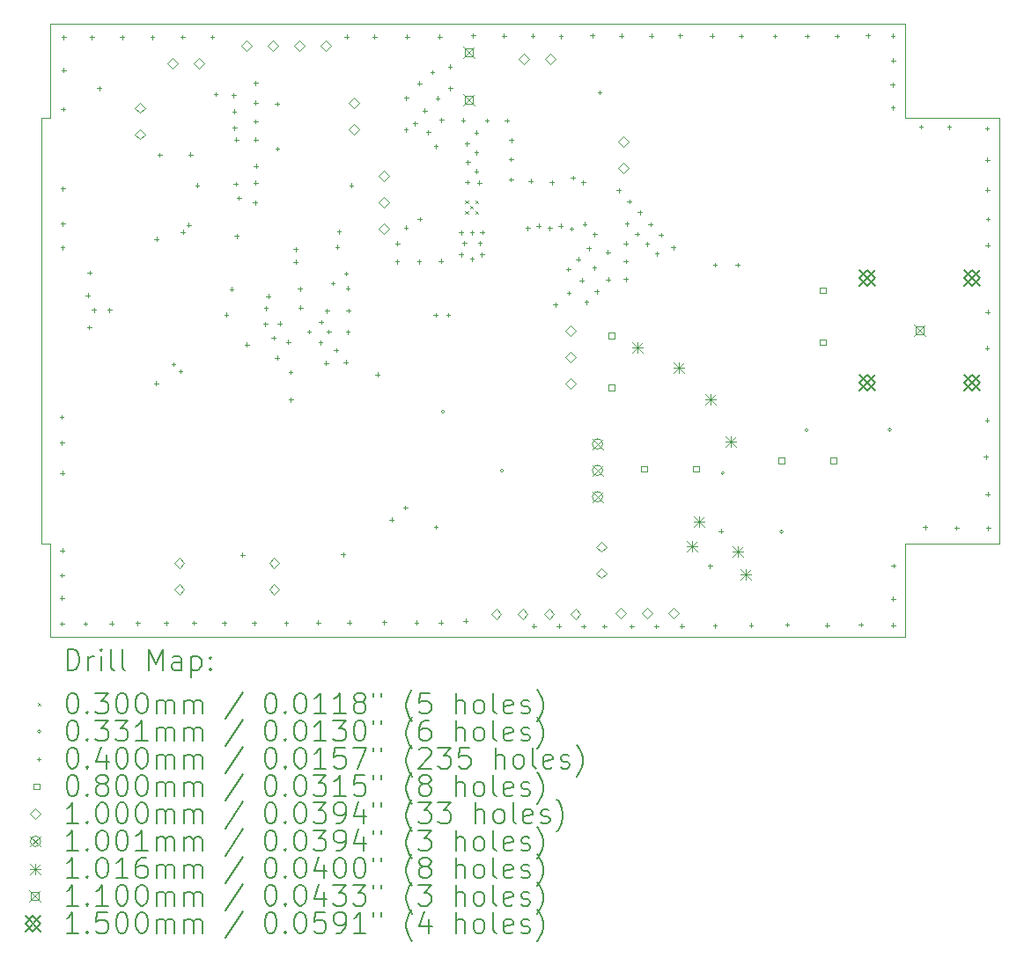
<source format=gbr>
%FSLAX45Y45*%
G04 Gerber Fmt 4.5, Leading zero omitted, Abs format (unit mm)*
G04 Created by KiCad (PCBNEW (6.0.4-0)) date 2023-06-22 13:19:40*
%MOMM*%
%LPD*%
G01*
G04 APERTURE LIST*
%TA.AperFunction,Profile*%
%ADD10C,0.100000*%
%TD*%
%ADD11C,0.200000*%
%ADD12C,0.030000*%
%ADD13C,0.033060*%
%ADD14C,0.040000*%
%ADD15C,0.080000*%
%ADD16C,0.100000*%
%ADD17C,0.100076*%
%ADD18C,0.101600*%
%ADD19C,0.110000*%
%ADD20C,0.150000*%
G04 APERTURE END LIST*
D10*
X4883240Y-5988500D02*
X13107760Y-5988500D01*
X4801000Y-10989760D02*
X4883240Y-10989760D01*
X4801000Y-6892740D02*
X4883240Y-6892740D01*
X13107760Y-11894000D02*
X4883240Y-11894000D01*
X13107760Y-10989760D02*
X14012000Y-10989760D01*
X13107760Y-11894000D02*
X13107760Y-10989760D01*
X4883240Y-10989760D02*
X4883240Y-11894000D01*
X14012000Y-6892740D02*
X14012000Y-10989760D01*
X4801000Y-6892740D02*
X4801000Y-10989760D01*
X13107760Y-6892740D02*
X14012000Y-6892740D01*
X4883240Y-6892740D02*
X4883240Y-5988500D01*
X13107760Y-5988500D02*
X13107760Y-6892740D01*
D11*
D12*
X8874100Y-7690000D02*
X8904100Y-7720000D01*
X8904100Y-7690000D02*
X8874100Y-7720000D01*
X8874100Y-7790000D02*
X8904100Y-7820000D01*
X8904100Y-7790000D02*
X8874100Y-7820000D01*
X8924100Y-7740000D02*
X8954100Y-7770000D01*
X8954100Y-7740000D02*
X8924100Y-7770000D01*
X8974100Y-7690000D02*
X9004100Y-7720000D01*
X9004100Y-7690000D02*
X8974100Y-7720000D01*
X8974100Y-7790000D02*
X9004100Y-7820000D01*
X9004100Y-7790000D02*
X8974100Y-7820000D01*
D13*
X8677845Y-9725315D02*
G75*
G03*
X8677845Y-9725315I-16530J0D01*
G01*
X9243530Y-10291000D02*
G75*
G03*
X9243530Y-10291000I-16530J0D01*
G01*
X11370530Y-10313000D02*
G75*
G03*
X11370530Y-10313000I-16530J0D01*
G01*
X11936215Y-10878685D02*
G75*
G03*
X11936215Y-10878685I-16530J0D01*
G01*
X12176530Y-9899000D02*
G75*
G03*
X12176530Y-9899000I-16530J0D01*
G01*
X12976530Y-9899000D02*
G75*
G03*
X12976530Y-9899000I-16530J0D01*
G01*
D14*
X4996000Y-9754000D02*
X4996000Y-9794000D01*
X4976000Y-9774000D02*
X5016000Y-9774000D01*
X4998000Y-10002000D02*
X4998000Y-10042000D01*
X4978000Y-10022000D02*
X5018000Y-10022000D01*
X4998000Y-11278000D02*
X4998000Y-11318000D01*
X4978000Y-11298000D02*
X5018000Y-11298000D01*
X4998000Y-11497000D02*
X4998000Y-11537000D01*
X4978000Y-11517000D02*
X5018000Y-11517000D01*
X5000000Y-11743000D02*
X5000000Y-11783000D01*
X4980000Y-11763000D02*
X5020000Y-11763000D01*
X5001000Y-10293000D02*
X5001000Y-10333000D01*
X4981000Y-10313000D02*
X5021000Y-10313000D01*
X5001000Y-11039000D02*
X5001000Y-11079000D01*
X4981000Y-11059000D02*
X5021000Y-11059000D01*
X5004000Y-8122000D02*
X5004000Y-8162000D01*
X4984000Y-8142000D02*
X5024000Y-8142000D01*
X5007000Y-7894000D02*
X5007000Y-7934000D01*
X4987000Y-7914000D02*
X5027000Y-7914000D01*
X5009000Y-7557000D02*
X5009000Y-7597000D01*
X4989000Y-7577000D02*
X5029000Y-7577000D01*
X5011000Y-6791000D02*
X5011000Y-6831000D01*
X4991000Y-6811000D02*
X5031000Y-6811000D01*
X5015000Y-6100000D02*
X5015000Y-6140000D01*
X4995000Y-6120000D02*
X5035000Y-6120000D01*
X5015000Y-6417000D02*
X5015000Y-6457000D01*
X4995000Y-6437000D02*
X5035000Y-6437000D01*
X5225000Y-11743000D02*
X5225000Y-11783000D01*
X5205000Y-11763000D02*
X5245000Y-11763000D01*
X5249000Y-8584000D02*
X5249000Y-8624000D01*
X5229000Y-8604000D02*
X5269000Y-8604000D01*
X5262000Y-8891000D02*
X5262000Y-8931000D01*
X5242000Y-8911000D02*
X5282000Y-8911000D01*
X5266000Y-8366000D02*
X5266000Y-8406000D01*
X5246000Y-8386000D02*
X5286000Y-8386000D01*
X5288000Y-6100000D02*
X5288000Y-6140000D01*
X5268000Y-6120000D02*
X5308000Y-6120000D01*
X5306000Y-8723000D02*
X5306000Y-8763000D01*
X5286000Y-8743000D02*
X5326000Y-8743000D01*
X5357000Y-6591000D02*
X5357000Y-6631000D01*
X5337000Y-6611000D02*
X5377000Y-6611000D01*
X5458000Y-8724000D02*
X5458000Y-8764000D01*
X5438000Y-8744000D02*
X5478000Y-8744000D01*
X5476000Y-11740000D02*
X5476000Y-11780000D01*
X5456000Y-11760000D02*
X5496000Y-11760000D01*
X5578000Y-6100000D02*
X5578000Y-6140000D01*
X5558000Y-6120000D02*
X5598000Y-6120000D01*
X5726000Y-11738000D02*
X5726000Y-11778000D01*
X5706000Y-11758000D02*
X5746000Y-11758000D01*
X5869000Y-6100000D02*
X5869000Y-6140000D01*
X5849000Y-6120000D02*
X5889000Y-6120000D01*
X5906000Y-9430000D02*
X5906000Y-9470000D01*
X5886000Y-9450000D02*
X5926000Y-9450000D01*
X5907000Y-8041000D02*
X5907000Y-8081000D01*
X5887000Y-8061000D02*
X5927000Y-8061000D01*
X5939000Y-7230000D02*
X5939000Y-7270000D01*
X5919000Y-7250000D02*
X5959000Y-7250000D01*
X6000000Y-11738000D02*
X6000000Y-11778000D01*
X5980000Y-11758000D02*
X6020000Y-11758000D01*
X6071000Y-9245000D02*
X6071000Y-9285000D01*
X6051000Y-9265000D02*
X6091000Y-9265000D01*
X6139000Y-9315000D02*
X6139000Y-9355000D01*
X6119000Y-9335000D02*
X6159000Y-9335000D01*
X6159000Y-6097000D02*
X6159000Y-6137000D01*
X6139000Y-6117000D02*
X6179000Y-6117000D01*
X6163000Y-7974000D02*
X6163000Y-8014000D01*
X6143000Y-7994000D02*
X6183000Y-7994000D01*
X6220000Y-7905000D02*
X6220000Y-7945000D01*
X6200000Y-7925000D02*
X6240000Y-7925000D01*
X6236000Y-7227000D02*
X6236000Y-7267000D01*
X6216000Y-7247000D02*
X6256000Y-7247000D01*
X6270000Y-11736000D02*
X6270000Y-11776000D01*
X6250000Y-11756000D02*
X6290000Y-11756000D01*
X6301431Y-7523431D02*
X6301431Y-7563431D01*
X6281431Y-7543431D02*
X6321431Y-7543431D01*
X6445000Y-6097000D02*
X6445000Y-6137000D01*
X6425000Y-6117000D02*
X6465000Y-6117000D01*
X6479000Y-6647000D02*
X6479000Y-6687000D01*
X6459000Y-6667000D02*
X6499000Y-6667000D01*
X6561000Y-11737000D02*
X6561000Y-11777000D01*
X6541000Y-11757000D02*
X6581000Y-11757000D01*
X6579000Y-8768000D02*
X6579000Y-8808000D01*
X6559000Y-8788000D02*
X6599000Y-8788000D01*
X6631000Y-8524000D02*
X6631000Y-8564000D01*
X6611000Y-8544000D02*
X6651000Y-8544000D01*
X6651000Y-6657000D02*
X6651000Y-6697000D01*
X6631000Y-6677000D02*
X6671000Y-6677000D01*
X6657000Y-6812000D02*
X6657000Y-6852000D01*
X6637000Y-6832000D02*
X6677000Y-6832000D01*
X6660000Y-6970000D02*
X6660000Y-7010000D01*
X6640000Y-6990000D02*
X6680000Y-6990000D01*
X6670000Y-7510000D02*
X6670000Y-7550000D01*
X6650000Y-7530000D02*
X6690000Y-7530000D01*
X6677000Y-7083000D02*
X6677000Y-7123000D01*
X6657000Y-7103000D02*
X6697000Y-7103000D01*
X6679000Y-8012000D02*
X6679000Y-8052000D01*
X6659000Y-8032000D02*
X6699000Y-8032000D01*
X6700000Y-7645000D02*
X6700000Y-7685000D01*
X6680000Y-7665000D02*
X6720000Y-7665000D01*
X6734000Y-11080000D02*
X6734000Y-11120000D01*
X6714000Y-11100000D02*
X6754000Y-11100000D01*
X6778000Y-9056000D02*
X6778000Y-9096000D01*
X6758000Y-9076000D02*
X6798000Y-9076000D01*
X6849000Y-11737000D02*
X6849000Y-11777000D01*
X6829000Y-11757000D02*
X6869000Y-11757000D01*
X6858000Y-7691000D02*
X6858000Y-7731000D01*
X6838000Y-7711000D02*
X6878000Y-7711000D01*
X6860700Y-6541000D02*
X6860700Y-6581000D01*
X6840700Y-6561000D02*
X6880700Y-6561000D01*
X6860700Y-6728000D02*
X6860700Y-6768000D01*
X6840700Y-6748000D02*
X6880700Y-6748000D01*
X6860700Y-6909000D02*
X6860700Y-6949000D01*
X6840700Y-6929000D02*
X6880700Y-6929000D01*
X6860700Y-7083000D02*
X6860700Y-7123000D01*
X6840700Y-7103000D02*
X6880700Y-7103000D01*
X6861000Y-7500000D02*
X6861000Y-7540000D01*
X6841000Y-7520000D02*
X6881000Y-7520000D01*
X6865000Y-7339000D02*
X6865000Y-7379000D01*
X6845000Y-7359000D02*
X6885000Y-7359000D01*
X6956450Y-8859000D02*
X6956450Y-8899000D01*
X6936450Y-8879000D02*
X6976450Y-8879000D01*
X6961000Y-8708000D02*
X6961000Y-8748000D01*
X6941000Y-8728000D02*
X6981000Y-8728000D01*
X6985000Y-8590000D02*
X6985000Y-8630000D01*
X6965000Y-8610000D02*
X7005000Y-8610000D01*
X7035000Y-8991000D02*
X7035000Y-9031000D01*
X7015000Y-9011000D02*
X7055000Y-9011000D01*
X7067000Y-6741000D02*
X7067000Y-6781000D01*
X7047000Y-6761000D02*
X7087000Y-6761000D01*
X7069000Y-9184000D02*
X7069000Y-9224000D01*
X7049000Y-9204000D02*
X7089000Y-9204000D01*
X7070000Y-7171000D02*
X7070000Y-7211000D01*
X7050000Y-7191000D02*
X7090000Y-7191000D01*
X7094000Y-8854000D02*
X7094000Y-8894000D01*
X7074000Y-8874000D02*
X7114000Y-8874000D01*
X7155000Y-11737000D02*
X7155000Y-11777000D01*
X7135000Y-11757000D02*
X7175000Y-11757000D01*
X7175000Y-9033000D02*
X7175000Y-9073000D01*
X7155000Y-9053000D02*
X7195000Y-9053000D01*
X7197000Y-9322000D02*
X7197000Y-9362000D01*
X7177000Y-9342000D02*
X7217000Y-9342000D01*
X7201000Y-9587000D02*
X7201000Y-9627000D01*
X7181000Y-9607000D02*
X7221000Y-9607000D01*
X7247450Y-8139000D02*
X7247450Y-8179000D01*
X7227450Y-8159000D02*
X7267450Y-8159000D01*
X7247450Y-8261000D02*
X7247450Y-8301000D01*
X7227450Y-8281000D02*
X7267450Y-8281000D01*
X7289000Y-8522000D02*
X7289000Y-8562000D01*
X7269000Y-8542000D02*
X7309000Y-8542000D01*
X7293000Y-8702000D02*
X7293000Y-8742000D01*
X7273000Y-8722000D02*
X7313000Y-8722000D01*
X7376000Y-8934000D02*
X7376000Y-8974000D01*
X7356000Y-8954000D02*
X7396000Y-8954000D01*
X7462000Y-11733000D02*
X7462000Y-11773000D01*
X7442000Y-11753000D02*
X7482000Y-11753000D01*
X7485000Y-9037550D02*
X7485000Y-9077550D01*
X7465000Y-9057550D02*
X7505000Y-9057550D01*
X7493000Y-8840000D02*
X7493000Y-8880000D01*
X7473000Y-8860000D02*
X7513000Y-8860000D01*
X7538000Y-9234000D02*
X7538000Y-9274000D01*
X7518000Y-9254000D02*
X7558000Y-9254000D01*
X7549000Y-8733000D02*
X7549000Y-8773000D01*
X7529000Y-8753000D02*
X7569000Y-8753000D01*
X7565000Y-8934000D02*
X7565000Y-8974000D01*
X7545000Y-8954000D02*
X7585000Y-8954000D01*
X7604000Y-8467000D02*
X7604000Y-8507000D01*
X7584000Y-8487000D02*
X7624000Y-8487000D01*
X7637000Y-9110000D02*
X7637000Y-9150000D01*
X7617000Y-9130000D02*
X7657000Y-9130000D01*
X7647000Y-8118000D02*
X7647000Y-8158000D01*
X7627000Y-8138000D02*
X7667000Y-8138000D01*
X7663000Y-7971000D02*
X7663000Y-8011000D01*
X7643000Y-7991000D02*
X7683000Y-7991000D01*
X7702000Y-11077000D02*
X7702000Y-11117000D01*
X7682000Y-11097000D02*
X7722000Y-11097000D01*
X7730000Y-9226000D02*
X7730000Y-9266000D01*
X7710000Y-9246000D02*
X7750000Y-9246000D01*
X7732000Y-8374000D02*
X7732000Y-8414000D01*
X7712000Y-8394000D02*
X7752000Y-8394000D01*
X7737000Y-6094050D02*
X7737000Y-6134050D01*
X7717000Y-6114050D02*
X7757000Y-6114050D01*
X7749000Y-8515000D02*
X7749000Y-8555000D01*
X7729000Y-8535000D02*
X7769000Y-8535000D01*
X7749000Y-8936000D02*
X7749000Y-8976000D01*
X7729000Y-8956000D02*
X7769000Y-8956000D01*
X7753000Y-8730000D02*
X7753000Y-8770000D01*
X7733000Y-8750000D02*
X7773000Y-8750000D01*
X7763000Y-11733000D02*
X7763000Y-11773000D01*
X7743000Y-11753000D02*
X7783000Y-11753000D01*
X7782000Y-7525000D02*
X7782000Y-7565000D01*
X7762000Y-7545000D02*
X7802000Y-7545000D01*
X8004000Y-6094050D02*
X8004000Y-6134050D01*
X7984000Y-6114050D02*
X8024000Y-6114050D01*
X8032000Y-9346000D02*
X8032000Y-9386000D01*
X8012000Y-9366000D02*
X8052000Y-9366000D01*
X8099000Y-11731000D02*
X8099000Y-11771000D01*
X8079000Y-11751000D02*
X8119000Y-11751000D01*
X8168000Y-10741000D02*
X8168000Y-10781000D01*
X8148000Y-10761000D02*
X8188000Y-10761000D01*
X8222000Y-8258000D02*
X8222000Y-8298000D01*
X8202000Y-8278000D02*
X8242000Y-8278000D01*
X8225000Y-8082000D02*
X8225000Y-8122000D01*
X8205000Y-8102000D02*
X8245000Y-8102000D01*
X8301000Y-10627000D02*
X8301000Y-10667000D01*
X8281000Y-10647000D02*
X8321000Y-10647000D01*
X8306000Y-6987000D02*
X8306000Y-7027000D01*
X8286000Y-7007000D02*
X8326000Y-7007000D01*
X8307000Y-7932000D02*
X8307000Y-7972000D01*
X8287000Y-7952000D02*
X8327000Y-7952000D01*
X8310000Y-6683000D02*
X8310000Y-6723000D01*
X8290000Y-6703000D02*
X8330000Y-6703000D01*
X8317000Y-6093000D02*
X8317000Y-6133000D01*
X8297000Y-6113000D02*
X8337000Y-6113000D01*
X8395000Y-6930000D02*
X8395000Y-6970000D01*
X8375000Y-6950000D02*
X8415000Y-6950000D01*
X8409000Y-11734000D02*
X8409000Y-11774000D01*
X8389000Y-11754000D02*
X8429000Y-11754000D01*
X8434000Y-8258000D02*
X8434000Y-8298000D01*
X8414000Y-8278000D02*
X8454000Y-8278000D01*
X8436000Y-6543000D02*
X8436000Y-6583000D01*
X8416000Y-6563000D02*
X8456000Y-6563000D01*
X8439000Y-7848000D02*
X8439000Y-7888000D01*
X8419000Y-7868000D02*
X8459000Y-7868000D01*
X8488000Y-6804000D02*
X8488000Y-6844000D01*
X8468000Y-6824000D02*
X8508000Y-6824000D01*
X8522000Y-7013000D02*
X8522000Y-7053000D01*
X8502000Y-7033000D02*
X8542000Y-7033000D01*
X8560000Y-6436000D02*
X8560000Y-6476000D01*
X8540000Y-6456000D02*
X8580000Y-6456000D01*
X8592000Y-8771000D02*
X8592000Y-8811000D01*
X8572000Y-8791000D02*
X8612000Y-8791000D01*
X8594000Y-7150000D02*
X8594000Y-7190000D01*
X8574000Y-7170000D02*
X8614000Y-7170000D01*
X8596000Y-10812000D02*
X8596000Y-10852000D01*
X8576000Y-10832000D02*
X8616000Y-10832000D01*
X8612000Y-6686000D02*
X8612000Y-6726000D01*
X8592000Y-6706000D02*
X8632000Y-6706000D01*
X8632000Y-6093000D02*
X8632000Y-6133000D01*
X8612000Y-6113000D02*
X8652000Y-6113000D01*
X8644000Y-8253000D02*
X8644000Y-8293000D01*
X8624000Y-8273000D02*
X8664000Y-8273000D01*
X8644000Y-11734000D02*
X8644000Y-11774000D01*
X8624000Y-11754000D02*
X8664000Y-11754000D01*
X8648000Y-6895000D02*
X8648000Y-6935000D01*
X8628000Y-6915000D02*
X8668000Y-6915000D01*
X8713000Y-8771000D02*
X8713000Y-8811000D01*
X8693000Y-8791000D02*
X8733000Y-8791000D01*
X8730000Y-6382000D02*
X8730000Y-6422000D01*
X8710000Y-6402000D02*
X8750000Y-6402000D01*
X8732000Y-6589450D02*
X8732000Y-6629450D01*
X8712000Y-6609450D02*
X8752000Y-6609450D01*
X8838000Y-7978000D02*
X8838000Y-8018000D01*
X8818000Y-7998000D02*
X8858000Y-7998000D01*
X8838000Y-8190000D02*
X8838000Y-8230000D01*
X8818000Y-8210000D02*
X8858000Y-8210000D01*
X8857000Y-6897000D02*
X8857000Y-6937000D01*
X8837000Y-6917000D02*
X8877000Y-6917000D01*
X8868000Y-8079000D02*
X8868000Y-8119000D01*
X8848000Y-8099000D02*
X8888000Y-8099000D01*
X8881000Y-11715000D02*
X8881000Y-11755000D01*
X8861000Y-11735000D02*
X8901000Y-11735000D01*
X8895000Y-7123000D02*
X8895000Y-7163000D01*
X8875000Y-7143000D02*
X8915000Y-7143000D01*
X8896000Y-7494000D02*
X8896000Y-7534000D01*
X8876000Y-7514000D02*
X8916000Y-7514000D01*
X8904000Y-7303000D02*
X8904000Y-7343000D01*
X8884000Y-7323000D02*
X8924000Y-7323000D01*
X8942000Y-7980000D02*
X8942000Y-8020000D01*
X8922000Y-8000000D02*
X8962000Y-8000000D01*
X8943000Y-8232000D02*
X8943000Y-8272000D01*
X8923000Y-8252000D02*
X8963000Y-8252000D01*
X8953979Y-6082481D02*
X8953979Y-6122481D01*
X8933979Y-6102481D02*
X8973979Y-6102481D01*
X8984050Y-7017000D02*
X8984050Y-7057000D01*
X8964050Y-7037000D02*
X9004050Y-7037000D01*
X8984050Y-7209000D02*
X8984050Y-7249000D01*
X8964050Y-7229000D02*
X9004050Y-7229000D01*
X8984050Y-7388000D02*
X8984050Y-7428000D01*
X8964050Y-7408000D02*
X9004050Y-7408000D01*
X9014000Y-7499000D02*
X9014000Y-7539000D01*
X8994000Y-7519000D02*
X9034000Y-7519000D01*
X9018000Y-8080000D02*
X9018000Y-8120000D01*
X8998000Y-8100000D02*
X9038000Y-8100000D01*
X9038000Y-8190000D02*
X9038000Y-8230000D01*
X9018000Y-8210000D02*
X9058000Y-8210000D01*
X9040208Y-7976917D02*
X9040208Y-8016917D01*
X9020208Y-7996917D02*
X9060208Y-7996917D01*
X9085000Y-6900000D02*
X9085000Y-6940000D01*
X9065000Y-6920000D02*
X9105000Y-6920000D01*
X9251000Y-6086000D02*
X9251000Y-6126000D01*
X9231000Y-6106000D02*
X9271000Y-6106000D01*
X9279000Y-6902000D02*
X9279000Y-6942000D01*
X9259000Y-6922000D02*
X9299000Y-6922000D01*
X9316000Y-7273000D02*
X9316000Y-7313000D01*
X9296000Y-7293000D02*
X9336000Y-7293000D01*
X9318000Y-7468000D02*
X9318000Y-7508000D01*
X9298000Y-7488000D02*
X9338000Y-7488000D01*
X9320000Y-7089000D02*
X9320000Y-7129000D01*
X9300000Y-7109000D02*
X9340000Y-7109000D01*
X9478412Y-7936819D02*
X9478412Y-7976819D01*
X9458412Y-7956819D02*
X9498412Y-7956819D01*
X9507000Y-7482000D02*
X9507000Y-7522000D01*
X9487000Y-7502000D02*
X9527000Y-7502000D01*
X9527000Y-6084000D02*
X9527000Y-6124000D01*
X9507000Y-6104000D02*
X9547000Y-6104000D01*
X9538000Y-11768000D02*
X9538000Y-11808000D01*
X9518000Y-11788000D02*
X9558000Y-11788000D01*
X9584000Y-7914050D02*
X9584000Y-7954050D01*
X9564000Y-7934050D02*
X9604000Y-7934050D01*
X9689141Y-7936300D02*
X9689141Y-7976300D01*
X9669141Y-7956300D02*
X9709141Y-7956300D01*
X9709000Y-7497000D02*
X9709000Y-7537000D01*
X9689000Y-7517000D02*
X9729000Y-7517000D01*
X9745266Y-8672266D02*
X9745266Y-8712266D01*
X9725266Y-8692266D02*
X9765266Y-8692266D01*
X9778000Y-11768000D02*
X9778000Y-11808000D01*
X9758000Y-11788000D02*
X9798000Y-11788000D01*
X9796000Y-7913550D02*
X9796000Y-7953550D01*
X9776000Y-7933550D02*
X9816000Y-7933550D01*
X9798000Y-6091000D02*
X9798000Y-6131000D01*
X9778000Y-6111000D02*
X9818000Y-6111000D01*
X9866235Y-8332234D02*
X9866235Y-8372234D01*
X9846235Y-8352234D02*
X9886235Y-8352234D01*
X9873000Y-8560000D02*
X9873000Y-8600000D01*
X9853000Y-8580000D02*
X9893000Y-8580000D01*
X9899789Y-7941281D02*
X9899789Y-7981281D01*
X9879789Y-7961281D02*
X9919789Y-7961281D01*
X9913000Y-7451000D02*
X9913000Y-7491000D01*
X9893000Y-7471000D02*
X9933000Y-7471000D01*
X9963235Y-8235234D02*
X9963235Y-8275234D01*
X9943235Y-8255234D02*
X9983235Y-8255234D01*
X9998000Y-8440000D02*
X9998000Y-8480000D01*
X9978000Y-8460000D02*
X10018000Y-8460000D01*
X10011000Y-7496000D02*
X10011000Y-7536000D01*
X9991000Y-7516000D02*
X10031000Y-7516000D01*
X10015487Y-11769862D02*
X10015487Y-11809862D01*
X9995487Y-11789862D02*
X10035487Y-11789862D01*
X10025000Y-7897000D02*
X10025000Y-7937000D01*
X10005000Y-7917000D02*
X10045000Y-7917000D01*
X10042181Y-8646181D02*
X10042181Y-8686181D01*
X10022181Y-8666181D02*
X10062181Y-8666181D01*
X10067000Y-8131000D02*
X10067000Y-8171000D01*
X10047000Y-8151000D02*
X10087000Y-8151000D01*
X10100000Y-6083098D02*
X10100000Y-6123098D01*
X10080000Y-6103098D02*
X10120000Y-6103098D01*
X10118000Y-8316000D02*
X10118000Y-8356000D01*
X10098000Y-8336000D02*
X10138000Y-8336000D01*
X10123000Y-7997000D02*
X10123000Y-8037000D01*
X10103000Y-8017000D02*
X10143000Y-8017000D01*
X10141181Y-8547181D02*
X10141181Y-8587181D01*
X10121181Y-8567181D02*
X10161181Y-8567181D01*
X10170000Y-6630000D02*
X10170000Y-6670000D01*
X10150000Y-6650000D02*
X10190000Y-6650000D01*
X10215000Y-11769000D02*
X10215000Y-11809000D01*
X10195000Y-11789000D02*
X10235000Y-11789000D01*
X10248266Y-8169265D02*
X10248266Y-8209265D01*
X10228266Y-8189265D02*
X10268266Y-8189265D01*
X10251050Y-8431000D02*
X10251050Y-8471000D01*
X10231050Y-8451000D02*
X10271050Y-8451000D01*
X10354000Y-7573000D02*
X10354000Y-7613000D01*
X10334000Y-7593000D02*
X10374000Y-7593000D01*
X10378000Y-6084000D02*
X10378000Y-6124000D01*
X10358000Y-6104000D02*
X10398000Y-6104000D01*
X10420950Y-8085000D02*
X10420950Y-8125000D01*
X10400950Y-8105000D02*
X10440950Y-8105000D01*
X10420950Y-8256000D02*
X10420950Y-8296000D01*
X10400950Y-8276000D02*
X10440950Y-8276000D01*
X10420950Y-8427000D02*
X10420950Y-8467000D01*
X10400950Y-8447000D02*
X10440950Y-8447000D01*
X10433235Y-7894765D02*
X10433235Y-7934765D01*
X10413235Y-7914765D02*
X10453235Y-7914765D01*
X10455000Y-7679000D02*
X10455000Y-7719000D01*
X10435000Y-7699000D02*
X10475000Y-7699000D01*
X10477000Y-11769000D02*
X10477000Y-11809000D01*
X10457000Y-11789000D02*
X10497000Y-11789000D01*
X10532235Y-7993765D02*
X10532235Y-8033765D01*
X10512235Y-8013765D02*
X10552235Y-8013765D01*
X10557000Y-7785000D02*
X10557000Y-7825000D01*
X10537000Y-7805000D02*
X10577000Y-7805000D01*
X10626735Y-8088265D02*
X10626735Y-8128265D01*
X10606735Y-8108265D02*
X10646735Y-8108265D01*
X10658266Y-7900734D02*
X10658266Y-7940734D01*
X10638266Y-7920734D02*
X10678266Y-7920734D01*
X10666000Y-6084000D02*
X10666000Y-6124000D01*
X10646000Y-6104000D02*
X10686000Y-6104000D01*
X10715000Y-11769000D02*
X10715000Y-11809000D01*
X10695000Y-11789000D02*
X10735000Y-11789000D01*
X10721235Y-8182765D02*
X10721235Y-8222765D01*
X10701235Y-8202765D02*
X10741235Y-8202765D01*
X10759766Y-8002234D02*
X10759766Y-8042234D01*
X10739766Y-8022234D02*
X10779766Y-8022234D01*
X10879266Y-8121734D02*
X10879266Y-8161734D01*
X10859266Y-8141734D02*
X10899266Y-8141734D01*
X10942000Y-6081000D02*
X10942000Y-6121000D01*
X10922000Y-6101000D02*
X10962000Y-6101000D01*
X10960000Y-11766000D02*
X10960000Y-11806000D01*
X10940000Y-11786000D02*
X10980000Y-11786000D01*
X11230000Y-11187000D02*
X11230000Y-11227000D01*
X11210000Y-11207000D02*
X11250000Y-11207000D01*
X11250000Y-6085000D02*
X11250000Y-6125000D01*
X11230000Y-6105000D02*
X11270000Y-6105000D01*
X11278500Y-8289500D02*
X11278500Y-8329500D01*
X11258500Y-8309500D02*
X11298500Y-8309500D01*
X11280000Y-11763000D02*
X11280000Y-11803000D01*
X11260000Y-11783000D02*
X11300000Y-11783000D01*
X11336000Y-10851000D02*
X11336000Y-10891000D01*
X11316000Y-10871000D02*
X11356000Y-10871000D01*
X11495500Y-8289500D02*
X11495500Y-8329500D01*
X11475500Y-8309500D02*
X11515500Y-8309500D01*
X11530000Y-6088000D02*
X11530000Y-6128000D01*
X11510000Y-6108000D02*
X11550000Y-6108000D01*
X11627000Y-11757000D02*
X11627000Y-11797000D01*
X11607000Y-11777000D02*
X11647000Y-11777000D01*
X11855000Y-6088000D02*
X11855000Y-6128000D01*
X11835000Y-6108000D02*
X11875000Y-6108000D01*
X11973000Y-11752000D02*
X11973000Y-11792000D01*
X11953000Y-11772000D02*
X11993000Y-11772000D01*
X12164000Y-6088000D02*
X12164000Y-6128000D01*
X12144000Y-6108000D02*
X12184000Y-6108000D01*
X12358000Y-11757000D02*
X12358000Y-11797000D01*
X12338000Y-11777000D02*
X12378000Y-11777000D01*
X12454000Y-6088000D02*
X12454000Y-6128000D01*
X12434000Y-6108000D02*
X12474000Y-6108000D01*
X12683000Y-11752000D02*
X12683000Y-11792000D01*
X12663000Y-11772000D02*
X12703000Y-11772000D01*
X12750000Y-6082000D02*
X12750000Y-6122000D01*
X12730000Y-6102000D02*
X12770000Y-6102000D01*
X12987000Y-6557000D02*
X12987000Y-6597000D01*
X12967000Y-6577000D02*
X13007000Y-6577000D01*
X12990000Y-6085000D02*
X12990000Y-6125000D01*
X12970000Y-6105000D02*
X13010000Y-6105000D01*
X12990000Y-6778000D02*
X12990000Y-6818000D01*
X12970000Y-6798000D02*
X13010000Y-6798000D01*
X12991000Y-11504000D02*
X12991000Y-11544000D01*
X12971000Y-11524000D02*
X13011000Y-11524000D01*
X12991000Y-11757000D02*
X12991000Y-11797000D01*
X12971000Y-11777000D02*
X13011000Y-11777000D01*
X12993000Y-6322000D02*
X12993000Y-6362000D01*
X12973000Y-6342000D02*
X13013000Y-6342000D01*
X12996000Y-11185000D02*
X12996000Y-11225000D01*
X12976000Y-11205000D02*
X13016000Y-11205000D01*
X13261000Y-6959000D02*
X13261000Y-6999000D01*
X13241000Y-6979000D02*
X13281000Y-6979000D01*
X13301000Y-10815000D02*
X13301000Y-10855000D01*
X13281000Y-10835000D02*
X13321000Y-10835000D01*
X13532000Y-6962000D02*
X13532000Y-7002000D01*
X13512000Y-6982000D02*
X13552000Y-6982000D01*
X13600000Y-10820000D02*
X13600000Y-10860000D01*
X13580000Y-10840000D02*
X13620000Y-10840000D01*
X13885000Y-10138000D02*
X13885000Y-10178000D01*
X13865000Y-10158000D02*
X13905000Y-10158000D01*
X13894000Y-6977000D02*
X13894000Y-7017000D01*
X13874000Y-6997000D02*
X13914000Y-6997000D01*
X13895000Y-9092000D02*
X13895000Y-9132000D01*
X13875000Y-9112000D02*
X13915000Y-9112000D01*
X13895000Y-9784000D02*
X13895000Y-9824000D01*
X13875000Y-9804000D02*
X13915000Y-9804000D01*
X13897000Y-7278000D02*
X13897000Y-7318000D01*
X13877000Y-7298000D02*
X13917000Y-7298000D01*
X13897000Y-7567000D02*
X13897000Y-7607000D01*
X13877000Y-7587000D02*
X13917000Y-7587000D01*
X13900000Y-8100000D02*
X13900000Y-8140000D01*
X13880000Y-8120000D02*
X13920000Y-8120000D01*
X13900000Y-8743000D02*
X13900000Y-8783000D01*
X13880000Y-8763000D02*
X13920000Y-8763000D01*
X13900000Y-10496000D02*
X13900000Y-10536000D01*
X13880000Y-10516000D02*
X13920000Y-10516000D01*
X13903000Y-7850000D02*
X13903000Y-7890000D01*
X13883000Y-7870000D02*
X13923000Y-7870000D01*
X13905000Y-10825000D02*
X13905000Y-10865000D01*
X13885000Y-10845000D02*
X13925000Y-10845000D01*
D15*
X10310285Y-9019285D02*
X10310285Y-8962716D01*
X10253716Y-8962716D01*
X10253716Y-9019285D01*
X10310285Y-9019285D01*
X10310285Y-9519285D02*
X10310285Y-9462716D01*
X10253716Y-9462716D01*
X10253716Y-9519285D01*
X10310285Y-9519285D01*
X10624285Y-10302285D02*
X10624285Y-10245716D01*
X10567716Y-10245716D01*
X10567716Y-10302285D01*
X10624285Y-10302285D01*
X11124285Y-10302285D02*
X11124285Y-10245716D01*
X11067716Y-10245716D01*
X11067716Y-10302285D01*
X11124285Y-10302285D01*
X11944284Y-10223285D02*
X11944284Y-10166716D01*
X11887715Y-10166716D01*
X11887715Y-10223285D01*
X11944284Y-10223285D01*
X12342284Y-8582285D02*
X12342284Y-8525716D01*
X12285715Y-8525716D01*
X12285715Y-8582285D01*
X12342284Y-8582285D01*
X12342284Y-9082285D02*
X12342284Y-9025716D01*
X12285715Y-9025716D01*
X12285715Y-9082285D01*
X12342284Y-9082285D01*
X12444284Y-10223285D02*
X12444284Y-10166716D01*
X12387715Y-10166716D01*
X12387715Y-10223285D01*
X12444284Y-10223285D01*
D16*
X5749000Y-6848500D02*
X5799000Y-6798500D01*
X5749000Y-6748500D01*
X5699000Y-6798500D01*
X5749000Y-6848500D01*
X5749000Y-7102500D02*
X5799000Y-7052500D01*
X5749000Y-7002500D01*
X5699000Y-7052500D01*
X5749000Y-7102500D01*
X6063500Y-6421000D02*
X6113500Y-6371000D01*
X6063500Y-6321000D01*
X6013500Y-6371000D01*
X6063500Y-6421000D01*
X6127000Y-11228000D02*
X6177000Y-11178000D01*
X6127000Y-11128000D01*
X6077000Y-11178000D01*
X6127000Y-11228000D01*
X6127000Y-11482000D02*
X6177000Y-11432000D01*
X6127000Y-11382000D01*
X6077000Y-11432000D01*
X6127000Y-11482000D01*
X6317500Y-6421000D02*
X6367500Y-6371000D01*
X6317500Y-6321000D01*
X6267500Y-6371000D01*
X6317500Y-6421000D01*
X6775750Y-6249000D02*
X6825750Y-6199000D01*
X6775750Y-6149000D01*
X6725750Y-6199000D01*
X6775750Y-6249000D01*
X7029750Y-6249000D02*
X7079750Y-6199000D01*
X7029750Y-6149000D01*
X6979750Y-6199000D01*
X7029750Y-6249000D01*
X7041000Y-11228000D02*
X7091000Y-11178000D01*
X7041000Y-11128000D01*
X6991000Y-11178000D01*
X7041000Y-11228000D01*
X7041000Y-11482000D02*
X7091000Y-11432000D01*
X7041000Y-11382000D01*
X6991000Y-11432000D01*
X7041000Y-11482000D01*
X7283750Y-6249000D02*
X7333750Y-6199000D01*
X7283750Y-6149000D01*
X7233750Y-6199000D01*
X7283750Y-6249000D01*
X7537750Y-6249000D02*
X7587750Y-6199000D01*
X7537750Y-6149000D01*
X7487750Y-6199000D01*
X7537750Y-6249000D01*
X7805500Y-6799000D02*
X7855500Y-6749000D01*
X7805500Y-6699000D01*
X7755500Y-6749000D01*
X7805500Y-6799000D01*
X7805500Y-7053000D02*
X7855500Y-7003000D01*
X7805500Y-6953000D01*
X7755500Y-7003000D01*
X7805500Y-7053000D01*
X8095000Y-7505500D02*
X8145000Y-7455500D01*
X8095000Y-7405500D01*
X8045000Y-7455500D01*
X8095000Y-7505500D01*
X8095000Y-7759500D02*
X8145000Y-7709500D01*
X8095000Y-7659500D01*
X8045000Y-7709500D01*
X8095000Y-7759500D01*
X8095000Y-8013500D02*
X8145000Y-7963500D01*
X8095000Y-7913500D01*
X8045000Y-7963500D01*
X8095000Y-8013500D01*
X9175000Y-11718000D02*
X9225000Y-11668000D01*
X9175000Y-11618000D01*
X9125000Y-11668000D01*
X9175000Y-11718000D01*
X9429000Y-11718000D02*
X9479000Y-11668000D01*
X9429000Y-11618000D01*
X9379000Y-11668000D01*
X9429000Y-11718000D01*
X9439000Y-6377000D02*
X9489000Y-6327000D01*
X9439000Y-6277000D01*
X9389000Y-6327000D01*
X9439000Y-6377000D01*
X9683000Y-11718000D02*
X9733000Y-11668000D01*
X9683000Y-11618000D01*
X9633000Y-11668000D01*
X9683000Y-11718000D01*
X9693000Y-6377000D02*
X9743000Y-6327000D01*
X9693000Y-6277000D01*
X9643000Y-6327000D01*
X9693000Y-6377000D01*
X9887000Y-8991500D02*
X9937000Y-8941500D01*
X9887000Y-8891500D01*
X9837000Y-8941500D01*
X9887000Y-8991500D01*
X9887000Y-9245500D02*
X9937000Y-9195500D01*
X9887000Y-9145500D01*
X9837000Y-9195500D01*
X9887000Y-9245500D01*
X9887000Y-9499500D02*
X9937000Y-9449500D01*
X9887000Y-9399500D01*
X9837000Y-9449500D01*
X9887000Y-9499500D01*
X9937000Y-11718000D02*
X9987000Y-11668000D01*
X9937000Y-11618000D01*
X9887000Y-11668000D01*
X9937000Y-11718000D01*
X10189000Y-11073500D02*
X10239000Y-11023500D01*
X10189000Y-10973500D01*
X10139000Y-11023500D01*
X10189000Y-11073500D01*
X10189000Y-11327500D02*
X10239000Y-11277500D01*
X10189000Y-11227500D01*
X10139000Y-11277500D01*
X10189000Y-11327500D01*
X10374000Y-11710000D02*
X10424000Y-11660000D01*
X10374000Y-11610000D01*
X10324000Y-11660000D01*
X10374000Y-11710000D01*
X10395500Y-7175000D02*
X10445500Y-7125000D01*
X10395500Y-7075000D01*
X10345500Y-7125000D01*
X10395500Y-7175000D01*
X10395500Y-7429000D02*
X10445500Y-7379000D01*
X10395500Y-7329000D01*
X10345500Y-7379000D01*
X10395500Y-7429000D01*
X10628000Y-11710000D02*
X10678000Y-11660000D01*
X10628000Y-11610000D01*
X10578000Y-11660000D01*
X10628000Y-11710000D01*
X10882000Y-11710000D02*
X10932000Y-11660000D01*
X10882000Y-11610000D01*
X10832000Y-11660000D01*
X10882000Y-11710000D01*
D17*
X10099962Y-9983962D02*
X10200038Y-10084038D01*
X10200038Y-9983962D02*
X10099962Y-10084038D01*
X10200038Y-10034000D02*
G75*
G03*
X10200038Y-10034000I-50038J0D01*
G01*
X10099962Y-10237962D02*
X10200038Y-10338038D01*
X10200038Y-10237962D02*
X10099962Y-10338038D01*
X10200038Y-10288000D02*
G75*
G03*
X10200038Y-10288000I-50038J0D01*
G01*
X10099962Y-10491962D02*
X10200038Y-10592038D01*
X10200038Y-10491962D02*
X10099962Y-10592038D01*
X10200038Y-10542000D02*
G75*
G03*
X10200038Y-10542000I-50038J0D01*
G01*
D18*
X10481990Y-9057710D02*
X10583590Y-9159310D01*
X10583590Y-9057710D02*
X10481990Y-9159310D01*
X10532790Y-9057710D02*
X10532790Y-9159310D01*
X10481990Y-9108510D02*
X10583590Y-9108510D01*
X10884580Y-9252020D02*
X10986180Y-9353620D01*
X10986180Y-9252020D02*
X10884580Y-9353620D01*
X10935380Y-9252020D02*
X10935380Y-9353620D01*
X10884580Y-9302820D02*
X10986180Y-9302820D01*
X11008200Y-10969200D02*
X11109800Y-11070800D01*
X11109800Y-10969200D02*
X11008200Y-11070800D01*
X11059000Y-10969200D02*
X11059000Y-11070800D01*
X11008200Y-11020000D02*
X11109800Y-11020000D01*
X11074200Y-10733200D02*
X11175800Y-10834800D01*
X11175800Y-10733200D02*
X11074200Y-10834800D01*
X11125000Y-10733200D02*
X11125000Y-10834800D01*
X11074200Y-10784000D02*
X11175800Y-10784000D01*
X11189380Y-9555285D02*
X11290980Y-9656885D01*
X11290980Y-9555285D02*
X11189380Y-9656885D01*
X11240180Y-9555285D02*
X11240180Y-9656885D01*
X11189380Y-9606085D02*
X11290980Y-9606085D01*
X11383690Y-9957875D02*
X11485290Y-10059475D01*
X11485290Y-9957875D02*
X11383690Y-10059475D01*
X11434490Y-9957875D02*
X11434490Y-10059475D01*
X11383690Y-10008675D02*
X11485290Y-10008675D01*
X11448200Y-11022200D02*
X11549800Y-11123800D01*
X11549800Y-11022200D02*
X11448200Y-11123800D01*
X11499000Y-11022200D02*
X11499000Y-11123800D01*
X11448200Y-11073000D02*
X11549800Y-11073000D01*
X11522200Y-11235200D02*
X11623800Y-11336800D01*
X11623800Y-11235200D02*
X11522200Y-11336800D01*
X11573000Y-11235200D02*
X11573000Y-11336800D01*
X11522200Y-11286000D02*
X11623800Y-11286000D01*
D19*
X8857000Y-6207000D02*
X8967000Y-6317000D01*
X8967000Y-6207000D02*
X8857000Y-6317000D01*
X8950891Y-6300891D02*
X8950891Y-6223109D01*
X8873109Y-6223109D01*
X8873109Y-6300891D01*
X8950891Y-6300891D01*
X8857000Y-6667000D02*
X8967000Y-6777000D01*
X8967000Y-6667000D02*
X8857000Y-6777000D01*
X8950891Y-6760891D02*
X8950891Y-6683109D01*
X8873109Y-6683109D01*
X8873109Y-6760891D01*
X8950891Y-6760891D01*
X13192500Y-8886250D02*
X13302500Y-8996250D01*
X13302500Y-8886250D02*
X13192500Y-8996250D01*
X13286391Y-8980141D02*
X13286391Y-8902359D01*
X13208609Y-8902359D01*
X13208609Y-8980141D01*
X13286391Y-8980141D01*
D20*
X12670000Y-8363750D02*
X12820000Y-8513750D01*
X12820000Y-8363750D02*
X12670000Y-8513750D01*
X12745000Y-8513750D02*
X12820000Y-8438750D01*
X12745000Y-8363750D01*
X12670000Y-8438750D01*
X12745000Y-8513750D01*
X12670000Y-9368750D02*
X12820000Y-9518750D01*
X12820000Y-9368750D02*
X12670000Y-9518750D01*
X12745000Y-9518750D02*
X12820000Y-9443750D01*
X12745000Y-9368750D01*
X12670000Y-9443750D01*
X12745000Y-9518750D01*
X13675000Y-8363750D02*
X13825000Y-8513750D01*
X13825000Y-8363750D02*
X13675000Y-8513750D01*
X13750000Y-8513750D02*
X13825000Y-8438750D01*
X13750000Y-8363750D01*
X13675000Y-8438750D01*
X13750000Y-8513750D01*
X13675000Y-9368750D02*
X13825000Y-9518750D01*
X13825000Y-9368750D02*
X13675000Y-9518750D01*
X13750000Y-9518750D02*
X13825000Y-9443750D01*
X13750000Y-9368750D01*
X13675000Y-9443750D01*
X13750000Y-9518750D01*
D11*
X5053619Y-12209476D02*
X5053619Y-12009476D01*
X5101238Y-12009476D01*
X5129810Y-12019000D01*
X5148857Y-12038048D01*
X5158381Y-12057095D01*
X5167905Y-12095190D01*
X5167905Y-12123762D01*
X5158381Y-12161857D01*
X5148857Y-12180905D01*
X5129810Y-12199952D01*
X5101238Y-12209476D01*
X5053619Y-12209476D01*
X5253619Y-12209476D02*
X5253619Y-12076143D01*
X5253619Y-12114238D02*
X5263143Y-12095190D01*
X5272667Y-12085667D01*
X5291714Y-12076143D01*
X5310762Y-12076143D01*
X5377429Y-12209476D02*
X5377429Y-12076143D01*
X5377429Y-12009476D02*
X5367905Y-12019000D01*
X5377429Y-12028524D01*
X5386952Y-12019000D01*
X5377429Y-12009476D01*
X5377429Y-12028524D01*
X5501238Y-12209476D02*
X5482190Y-12199952D01*
X5472667Y-12180905D01*
X5472667Y-12009476D01*
X5606000Y-12209476D02*
X5586952Y-12199952D01*
X5577429Y-12180905D01*
X5577429Y-12009476D01*
X5834571Y-12209476D02*
X5834571Y-12009476D01*
X5901238Y-12152333D01*
X5967905Y-12009476D01*
X5967905Y-12209476D01*
X6148857Y-12209476D02*
X6148857Y-12104714D01*
X6139333Y-12085667D01*
X6120286Y-12076143D01*
X6082190Y-12076143D01*
X6063143Y-12085667D01*
X6148857Y-12199952D02*
X6129809Y-12209476D01*
X6082190Y-12209476D01*
X6063143Y-12199952D01*
X6053619Y-12180905D01*
X6053619Y-12161857D01*
X6063143Y-12142809D01*
X6082190Y-12133286D01*
X6129809Y-12133286D01*
X6148857Y-12123762D01*
X6244095Y-12076143D02*
X6244095Y-12276143D01*
X6244095Y-12085667D02*
X6263143Y-12076143D01*
X6301238Y-12076143D01*
X6320286Y-12085667D01*
X6329809Y-12095190D01*
X6339333Y-12114238D01*
X6339333Y-12171381D01*
X6329809Y-12190428D01*
X6320286Y-12199952D01*
X6301238Y-12209476D01*
X6263143Y-12209476D01*
X6244095Y-12199952D01*
X6425048Y-12190428D02*
X6434571Y-12199952D01*
X6425048Y-12209476D01*
X6415524Y-12199952D01*
X6425048Y-12190428D01*
X6425048Y-12209476D01*
X6425048Y-12085667D02*
X6434571Y-12095190D01*
X6425048Y-12104714D01*
X6415524Y-12095190D01*
X6425048Y-12085667D01*
X6425048Y-12104714D01*
D12*
X4766000Y-12524000D02*
X4796000Y-12554000D01*
X4796000Y-12524000D02*
X4766000Y-12554000D01*
D11*
X5091714Y-12429476D02*
X5110762Y-12429476D01*
X5129810Y-12439000D01*
X5139333Y-12448524D01*
X5148857Y-12467571D01*
X5158381Y-12505667D01*
X5158381Y-12553286D01*
X5148857Y-12591381D01*
X5139333Y-12610428D01*
X5129810Y-12619952D01*
X5110762Y-12629476D01*
X5091714Y-12629476D01*
X5072667Y-12619952D01*
X5063143Y-12610428D01*
X5053619Y-12591381D01*
X5044095Y-12553286D01*
X5044095Y-12505667D01*
X5053619Y-12467571D01*
X5063143Y-12448524D01*
X5072667Y-12439000D01*
X5091714Y-12429476D01*
X5244095Y-12610428D02*
X5253619Y-12619952D01*
X5244095Y-12629476D01*
X5234571Y-12619952D01*
X5244095Y-12610428D01*
X5244095Y-12629476D01*
X5320286Y-12429476D02*
X5444095Y-12429476D01*
X5377429Y-12505667D01*
X5406000Y-12505667D01*
X5425048Y-12515190D01*
X5434571Y-12524714D01*
X5444095Y-12543762D01*
X5444095Y-12591381D01*
X5434571Y-12610428D01*
X5425048Y-12619952D01*
X5406000Y-12629476D01*
X5348857Y-12629476D01*
X5329810Y-12619952D01*
X5320286Y-12610428D01*
X5567905Y-12429476D02*
X5586952Y-12429476D01*
X5606000Y-12439000D01*
X5615524Y-12448524D01*
X5625048Y-12467571D01*
X5634571Y-12505667D01*
X5634571Y-12553286D01*
X5625048Y-12591381D01*
X5615524Y-12610428D01*
X5606000Y-12619952D01*
X5586952Y-12629476D01*
X5567905Y-12629476D01*
X5548857Y-12619952D01*
X5539333Y-12610428D01*
X5529810Y-12591381D01*
X5520286Y-12553286D01*
X5520286Y-12505667D01*
X5529810Y-12467571D01*
X5539333Y-12448524D01*
X5548857Y-12439000D01*
X5567905Y-12429476D01*
X5758381Y-12429476D02*
X5777428Y-12429476D01*
X5796476Y-12439000D01*
X5806000Y-12448524D01*
X5815524Y-12467571D01*
X5825048Y-12505667D01*
X5825048Y-12553286D01*
X5815524Y-12591381D01*
X5806000Y-12610428D01*
X5796476Y-12619952D01*
X5777428Y-12629476D01*
X5758381Y-12629476D01*
X5739333Y-12619952D01*
X5729809Y-12610428D01*
X5720286Y-12591381D01*
X5710762Y-12553286D01*
X5710762Y-12505667D01*
X5720286Y-12467571D01*
X5729809Y-12448524D01*
X5739333Y-12439000D01*
X5758381Y-12429476D01*
X5910762Y-12629476D02*
X5910762Y-12496143D01*
X5910762Y-12515190D02*
X5920286Y-12505667D01*
X5939333Y-12496143D01*
X5967905Y-12496143D01*
X5986952Y-12505667D01*
X5996476Y-12524714D01*
X5996476Y-12629476D01*
X5996476Y-12524714D02*
X6006000Y-12505667D01*
X6025048Y-12496143D01*
X6053619Y-12496143D01*
X6072667Y-12505667D01*
X6082190Y-12524714D01*
X6082190Y-12629476D01*
X6177428Y-12629476D02*
X6177428Y-12496143D01*
X6177428Y-12515190D02*
X6186952Y-12505667D01*
X6206000Y-12496143D01*
X6234571Y-12496143D01*
X6253619Y-12505667D01*
X6263143Y-12524714D01*
X6263143Y-12629476D01*
X6263143Y-12524714D02*
X6272667Y-12505667D01*
X6291714Y-12496143D01*
X6320286Y-12496143D01*
X6339333Y-12505667D01*
X6348857Y-12524714D01*
X6348857Y-12629476D01*
X6739333Y-12419952D02*
X6567905Y-12677095D01*
X6996476Y-12429476D02*
X7015524Y-12429476D01*
X7034571Y-12439000D01*
X7044095Y-12448524D01*
X7053619Y-12467571D01*
X7063143Y-12505667D01*
X7063143Y-12553286D01*
X7053619Y-12591381D01*
X7044095Y-12610428D01*
X7034571Y-12619952D01*
X7015524Y-12629476D01*
X6996476Y-12629476D01*
X6977428Y-12619952D01*
X6967905Y-12610428D01*
X6958381Y-12591381D01*
X6948857Y-12553286D01*
X6948857Y-12505667D01*
X6958381Y-12467571D01*
X6967905Y-12448524D01*
X6977428Y-12439000D01*
X6996476Y-12429476D01*
X7148857Y-12610428D02*
X7158381Y-12619952D01*
X7148857Y-12629476D01*
X7139333Y-12619952D01*
X7148857Y-12610428D01*
X7148857Y-12629476D01*
X7282190Y-12429476D02*
X7301238Y-12429476D01*
X7320286Y-12439000D01*
X7329809Y-12448524D01*
X7339333Y-12467571D01*
X7348857Y-12505667D01*
X7348857Y-12553286D01*
X7339333Y-12591381D01*
X7329809Y-12610428D01*
X7320286Y-12619952D01*
X7301238Y-12629476D01*
X7282190Y-12629476D01*
X7263143Y-12619952D01*
X7253619Y-12610428D01*
X7244095Y-12591381D01*
X7234571Y-12553286D01*
X7234571Y-12505667D01*
X7244095Y-12467571D01*
X7253619Y-12448524D01*
X7263143Y-12439000D01*
X7282190Y-12429476D01*
X7539333Y-12629476D02*
X7425048Y-12629476D01*
X7482190Y-12629476D02*
X7482190Y-12429476D01*
X7463143Y-12458048D01*
X7444095Y-12477095D01*
X7425048Y-12486619D01*
X7729809Y-12629476D02*
X7615524Y-12629476D01*
X7672667Y-12629476D02*
X7672667Y-12429476D01*
X7653619Y-12458048D01*
X7634571Y-12477095D01*
X7615524Y-12486619D01*
X7844095Y-12515190D02*
X7825048Y-12505667D01*
X7815524Y-12496143D01*
X7806000Y-12477095D01*
X7806000Y-12467571D01*
X7815524Y-12448524D01*
X7825048Y-12439000D01*
X7844095Y-12429476D01*
X7882190Y-12429476D01*
X7901238Y-12439000D01*
X7910762Y-12448524D01*
X7920286Y-12467571D01*
X7920286Y-12477095D01*
X7910762Y-12496143D01*
X7901238Y-12505667D01*
X7882190Y-12515190D01*
X7844095Y-12515190D01*
X7825048Y-12524714D01*
X7815524Y-12534238D01*
X7806000Y-12553286D01*
X7806000Y-12591381D01*
X7815524Y-12610428D01*
X7825048Y-12619952D01*
X7844095Y-12629476D01*
X7882190Y-12629476D01*
X7901238Y-12619952D01*
X7910762Y-12610428D01*
X7920286Y-12591381D01*
X7920286Y-12553286D01*
X7910762Y-12534238D01*
X7901238Y-12524714D01*
X7882190Y-12515190D01*
X7996476Y-12429476D02*
X7996476Y-12467571D01*
X8072667Y-12429476D02*
X8072667Y-12467571D01*
X8367905Y-12705667D02*
X8358381Y-12696143D01*
X8339333Y-12667571D01*
X8329809Y-12648524D01*
X8320286Y-12619952D01*
X8310762Y-12572333D01*
X8310762Y-12534238D01*
X8320286Y-12486619D01*
X8329809Y-12458048D01*
X8339333Y-12439000D01*
X8358381Y-12410428D01*
X8367905Y-12400905D01*
X8539333Y-12429476D02*
X8444095Y-12429476D01*
X8434571Y-12524714D01*
X8444095Y-12515190D01*
X8463143Y-12505667D01*
X8510762Y-12505667D01*
X8529810Y-12515190D01*
X8539333Y-12524714D01*
X8548857Y-12543762D01*
X8548857Y-12591381D01*
X8539333Y-12610428D01*
X8529810Y-12619952D01*
X8510762Y-12629476D01*
X8463143Y-12629476D01*
X8444095Y-12619952D01*
X8434571Y-12610428D01*
X8786952Y-12629476D02*
X8786952Y-12429476D01*
X8872667Y-12629476D02*
X8872667Y-12524714D01*
X8863143Y-12505667D01*
X8844095Y-12496143D01*
X8815524Y-12496143D01*
X8796476Y-12505667D01*
X8786952Y-12515190D01*
X8996476Y-12629476D02*
X8977429Y-12619952D01*
X8967905Y-12610428D01*
X8958381Y-12591381D01*
X8958381Y-12534238D01*
X8967905Y-12515190D01*
X8977429Y-12505667D01*
X8996476Y-12496143D01*
X9025048Y-12496143D01*
X9044095Y-12505667D01*
X9053619Y-12515190D01*
X9063143Y-12534238D01*
X9063143Y-12591381D01*
X9053619Y-12610428D01*
X9044095Y-12619952D01*
X9025048Y-12629476D01*
X8996476Y-12629476D01*
X9177429Y-12629476D02*
X9158381Y-12619952D01*
X9148857Y-12600905D01*
X9148857Y-12429476D01*
X9329810Y-12619952D02*
X9310762Y-12629476D01*
X9272667Y-12629476D01*
X9253619Y-12619952D01*
X9244095Y-12600905D01*
X9244095Y-12524714D01*
X9253619Y-12505667D01*
X9272667Y-12496143D01*
X9310762Y-12496143D01*
X9329810Y-12505667D01*
X9339333Y-12524714D01*
X9339333Y-12543762D01*
X9244095Y-12562809D01*
X9415524Y-12619952D02*
X9434571Y-12629476D01*
X9472667Y-12629476D01*
X9491714Y-12619952D01*
X9501238Y-12600905D01*
X9501238Y-12591381D01*
X9491714Y-12572333D01*
X9472667Y-12562809D01*
X9444095Y-12562809D01*
X9425048Y-12553286D01*
X9415524Y-12534238D01*
X9415524Y-12524714D01*
X9425048Y-12505667D01*
X9444095Y-12496143D01*
X9472667Y-12496143D01*
X9491714Y-12505667D01*
X9567905Y-12705667D02*
X9577429Y-12696143D01*
X9596476Y-12667571D01*
X9606000Y-12648524D01*
X9615524Y-12619952D01*
X9625048Y-12572333D01*
X9625048Y-12534238D01*
X9615524Y-12486619D01*
X9606000Y-12458048D01*
X9596476Y-12439000D01*
X9577429Y-12410428D01*
X9567905Y-12400905D01*
D13*
X4796000Y-12803000D02*
G75*
G03*
X4796000Y-12803000I-16530J0D01*
G01*
D11*
X5091714Y-12693476D02*
X5110762Y-12693476D01*
X5129810Y-12703000D01*
X5139333Y-12712524D01*
X5148857Y-12731571D01*
X5158381Y-12769667D01*
X5158381Y-12817286D01*
X5148857Y-12855381D01*
X5139333Y-12874428D01*
X5129810Y-12883952D01*
X5110762Y-12893476D01*
X5091714Y-12893476D01*
X5072667Y-12883952D01*
X5063143Y-12874428D01*
X5053619Y-12855381D01*
X5044095Y-12817286D01*
X5044095Y-12769667D01*
X5053619Y-12731571D01*
X5063143Y-12712524D01*
X5072667Y-12703000D01*
X5091714Y-12693476D01*
X5244095Y-12874428D02*
X5253619Y-12883952D01*
X5244095Y-12893476D01*
X5234571Y-12883952D01*
X5244095Y-12874428D01*
X5244095Y-12893476D01*
X5320286Y-12693476D02*
X5444095Y-12693476D01*
X5377429Y-12769667D01*
X5406000Y-12769667D01*
X5425048Y-12779190D01*
X5434571Y-12788714D01*
X5444095Y-12807762D01*
X5444095Y-12855381D01*
X5434571Y-12874428D01*
X5425048Y-12883952D01*
X5406000Y-12893476D01*
X5348857Y-12893476D01*
X5329810Y-12883952D01*
X5320286Y-12874428D01*
X5510762Y-12693476D02*
X5634571Y-12693476D01*
X5567905Y-12769667D01*
X5596476Y-12769667D01*
X5615524Y-12779190D01*
X5625048Y-12788714D01*
X5634571Y-12807762D01*
X5634571Y-12855381D01*
X5625048Y-12874428D01*
X5615524Y-12883952D01*
X5596476Y-12893476D01*
X5539333Y-12893476D01*
X5520286Y-12883952D01*
X5510762Y-12874428D01*
X5825048Y-12893476D02*
X5710762Y-12893476D01*
X5767905Y-12893476D02*
X5767905Y-12693476D01*
X5748857Y-12722048D01*
X5729809Y-12741095D01*
X5710762Y-12750619D01*
X5910762Y-12893476D02*
X5910762Y-12760143D01*
X5910762Y-12779190D02*
X5920286Y-12769667D01*
X5939333Y-12760143D01*
X5967905Y-12760143D01*
X5986952Y-12769667D01*
X5996476Y-12788714D01*
X5996476Y-12893476D01*
X5996476Y-12788714D02*
X6006000Y-12769667D01*
X6025048Y-12760143D01*
X6053619Y-12760143D01*
X6072667Y-12769667D01*
X6082190Y-12788714D01*
X6082190Y-12893476D01*
X6177428Y-12893476D02*
X6177428Y-12760143D01*
X6177428Y-12779190D02*
X6186952Y-12769667D01*
X6206000Y-12760143D01*
X6234571Y-12760143D01*
X6253619Y-12769667D01*
X6263143Y-12788714D01*
X6263143Y-12893476D01*
X6263143Y-12788714D02*
X6272667Y-12769667D01*
X6291714Y-12760143D01*
X6320286Y-12760143D01*
X6339333Y-12769667D01*
X6348857Y-12788714D01*
X6348857Y-12893476D01*
X6739333Y-12683952D02*
X6567905Y-12941095D01*
X6996476Y-12693476D02*
X7015524Y-12693476D01*
X7034571Y-12703000D01*
X7044095Y-12712524D01*
X7053619Y-12731571D01*
X7063143Y-12769667D01*
X7063143Y-12817286D01*
X7053619Y-12855381D01*
X7044095Y-12874428D01*
X7034571Y-12883952D01*
X7015524Y-12893476D01*
X6996476Y-12893476D01*
X6977428Y-12883952D01*
X6967905Y-12874428D01*
X6958381Y-12855381D01*
X6948857Y-12817286D01*
X6948857Y-12769667D01*
X6958381Y-12731571D01*
X6967905Y-12712524D01*
X6977428Y-12703000D01*
X6996476Y-12693476D01*
X7148857Y-12874428D02*
X7158381Y-12883952D01*
X7148857Y-12893476D01*
X7139333Y-12883952D01*
X7148857Y-12874428D01*
X7148857Y-12893476D01*
X7282190Y-12693476D02*
X7301238Y-12693476D01*
X7320286Y-12703000D01*
X7329809Y-12712524D01*
X7339333Y-12731571D01*
X7348857Y-12769667D01*
X7348857Y-12817286D01*
X7339333Y-12855381D01*
X7329809Y-12874428D01*
X7320286Y-12883952D01*
X7301238Y-12893476D01*
X7282190Y-12893476D01*
X7263143Y-12883952D01*
X7253619Y-12874428D01*
X7244095Y-12855381D01*
X7234571Y-12817286D01*
X7234571Y-12769667D01*
X7244095Y-12731571D01*
X7253619Y-12712524D01*
X7263143Y-12703000D01*
X7282190Y-12693476D01*
X7539333Y-12893476D02*
X7425048Y-12893476D01*
X7482190Y-12893476D02*
X7482190Y-12693476D01*
X7463143Y-12722048D01*
X7444095Y-12741095D01*
X7425048Y-12750619D01*
X7606000Y-12693476D02*
X7729809Y-12693476D01*
X7663143Y-12769667D01*
X7691714Y-12769667D01*
X7710762Y-12779190D01*
X7720286Y-12788714D01*
X7729809Y-12807762D01*
X7729809Y-12855381D01*
X7720286Y-12874428D01*
X7710762Y-12883952D01*
X7691714Y-12893476D01*
X7634571Y-12893476D01*
X7615524Y-12883952D01*
X7606000Y-12874428D01*
X7853619Y-12693476D02*
X7872667Y-12693476D01*
X7891714Y-12703000D01*
X7901238Y-12712524D01*
X7910762Y-12731571D01*
X7920286Y-12769667D01*
X7920286Y-12817286D01*
X7910762Y-12855381D01*
X7901238Y-12874428D01*
X7891714Y-12883952D01*
X7872667Y-12893476D01*
X7853619Y-12893476D01*
X7834571Y-12883952D01*
X7825048Y-12874428D01*
X7815524Y-12855381D01*
X7806000Y-12817286D01*
X7806000Y-12769667D01*
X7815524Y-12731571D01*
X7825048Y-12712524D01*
X7834571Y-12703000D01*
X7853619Y-12693476D01*
X7996476Y-12693476D02*
X7996476Y-12731571D01*
X8072667Y-12693476D02*
X8072667Y-12731571D01*
X8367905Y-12969667D02*
X8358381Y-12960143D01*
X8339333Y-12931571D01*
X8329809Y-12912524D01*
X8320286Y-12883952D01*
X8310762Y-12836333D01*
X8310762Y-12798238D01*
X8320286Y-12750619D01*
X8329809Y-12722048D01*
X8339333Y-12703000D01*
X8358381Y-12674428D01*
X8367905Y-12664905D01*
X8529810Y-12693476D02*
X8491714Y-12693476D01*
X8472667Y-12703000D01*
X8463143Y-12712524D01*
X8444095Y-12741095D01*
X8434571Y-12779190D01*
X8434571Y-12855381D01*
X8444095Y-12874428D01*
X8453619Y-12883952D01*
X8472667Y-12893476D01*
X8510762Y-12893476D01*
X8529810Y-12883952D01*
X8539333Y-12874428D01*
X8548857Y-12855381D01*
X8548857Y-12807762D01*
X8539333Y-12788714D01*
X8529810Y-12779190D01*
X8510762Y-12769667D01*
X8472667Y-12769667D01*
X8453619Y-12779190D01*
X8444095Y-12788714D01*
X8434571Y-12807762D01*
X8786952Y-12893476D02*
X8786952Y-12693476D01*
X8872667Y-12893476D02*
X8872667Y-12788714D01*
X8863143Y-12769667D01*
X8844095Y-12760143D01*
X8815524Y-12760143D01*
X8796476Y-12769667D01*
X8786952Y-12779190D01*
X8996476Y-12893476D02*
X8977429Y-12883952D01*
X8967905Y-12874428D01*
X8958381Y-12855381D01*
X8958381Y-12798238D01*
X8967905Y-12779190D01*
X8977429Y-12769667D01*
X8996476Y-12760143D01*
X9025048Y-12760143D01*
X9044095Y-12769667D01*
X9053619Y-12779190D01*
X9063143Y-12798238D01*
X9063143Y-12855381D01*
X9053619Y-12874428D01*
X9044095Y-12883952D01*
X9025048Y-12893476D01*
X8996476Y-12893476D01*
X9177429Y-12893476D02*
X9158381Y-12883952D01*
X9148857Y-12864905D01*
X9148857Y-12693476D01*
X9329810Y-12883952D02*
X9310762Y-12893476D01*
X9272667Y-12893476D01*
X9253619Y-12883952D01*
X9244095Y-12864905D01*
X9244095Y-12788714D01*
X9253619Y-12769667D01*
X9272667Y-12760143D01*
X9310762Y-12760143D01*
X9329810Y-12769667D01*
X9339333Y-12788714D01*
X9339333Y-12807762D01*
X9244095Y-12826809D01*
X9415524Y-12883952D02*
X9434571Y-12893476D01*
X9472667Y-12893476D01*
X9491714Y-12883952D01*
X9501238Y-12864905D01*
X9501238Y-12855381D01*
X9491714Y-12836333D01*
X9472667Y-12826809D01*
X9444095Y-12826809D01*
X9425048Y-12817286D01*
X9415524Y-12798238D01*
X9415524Y-12788714D01*
X9425048Y-12769667D01*
X9444095Y-12760143D01*
X9472667Y-12760143D01*
X9491714Y-12769667D01*
X9567905Y-12969667D02*
X9577429Y-12960143D01*
X9596476Y-12931571D01*
X9606000Y-12912524D01*
X9615524Y-12883952D01*
X9625048Y-12836333D01*
X9625048Y-12798238D01*
X9615524Y-12750619D01*
X9606000Y-12722048D01*
X9596476Y-12703000D01*
X9577429Y-12674428D01*
X9567905Y-12664905D01*
D14*
X4776000Y-13047000D02*
X4776000Y-13087000D01*
X4756000Y-13067000D02*
X4796000Y-13067000D01*
D11*
X5091714Y-12957476D02*
X5110762Y-12957476D01*
X5129810Y-12967000D01*
X5139333Y-12976524D01*
X5148857Y-12995571D01*
X5158381Y-13033667D01*
X5158381Y-13081286D01*
X5148857Y-13119381D01*
X5139333Y-13138428D01*
X5129810Y-13147952D01*
X5110762Y-13157476D01*
X5091714Y-13157476D01*
X5072667Y-13147952D01*
X5063143Y-13138428D01*
X5053619Y-13119381D01*
X5044095Y-13081286D01*
X5044095Y-13033667D01*
X5053619Y-12995571D01*
X5063143Y-12976524D01*
X5072667Y-12967000D01*
X5091714Y-12957476D01*
X5244095Y-13138428D02*
X5253619Y-13147952D01*
X5244095Y-13157476D01*
X5234571Y-13147952D01*
X5244095Y-13138428D01*
X5244095Y-13157476D01*
X5425048Y-13024143D02*
X5425048Y-13157476D01*
X5377429Y-12947952D02*
X5329810Y-13090809D01*
X5453619Y-13090809D01*
X5567905Y-12957476D02*
X5586952Y-12957476D01*
X5606000Y-12967000D01*
X5615524Y-12976524D01*
X5625048Y-12995571D01*
X5634571Y-13033667D01*
X5634571Y-13081286D01*
X5625048Y-13119381D01*
X5615524Y-13138428D01*
X5606000Y-13147952D01*
X5586952Y-13157476D01*
X5567905Y-13157476D01*
X5548857Y-13147952D01*
X5539333Y-13138428D01*
X5529810Y-13119381D01*
X5520286Y-13081286D01*
X5520286Y-13033667D01*
X5529810Y-12995571D01*
X5539333Y-12976524D01*
X5548857Y-12967000D01*
X5567905Y-12957476D01*
X5758381Y-12957476D02*
X5777428Y-12957476D01*
X5796476Y-12967000D01*
X5806000Y-12976524D01*
X5815524Y-12995571D01*
X5825048Y-13033667D01*
X5825048Y-13081286D01*
X5815524Y-13119381D01*
X5806000Y-13138428D01*
X5796476Y-13147952D01*
X5777428Y-13157476D01*
X5758381Y-13157476D01*
X5739333Y-13147952D01*
X5729809Y-13138428D01*
X5720286Y-13119381D01*
X5710762Y-13081286D01*
X5710762Y-13033667D01*
X5720286Y-12995571D01*
X5729809Y-12976524D01*
X5739333Y-12967000D01*
X5758381Y-12957476D01*
X5910762Y-13157476D02*
X5910762Y-13024143D01*
X5910762Y-13043190D02*
X5920286Y-13033667D01*
X5939333Y-13024143D01*
X5967905Y-13024143D01*
X5986952Y-13033667D01*
X5996476Y-13052714D01*
X5996476Y-13157476D01*
X5996476Y-13052714D02*
X6006000Y-13033667D01*
X6025048Y-13024143D01*
X6053619Y-13024143D01*
X6072667Y-13033667D01*
X6082190Y-13052714D01*
X6082190Y-13157476D01*
X6177428Y-13157476D02*
X6177428Y-13024143D01*
X6177428Y-13043190D02*
X6186952Y-13033667D01*
X6206000Y-13024143D01*
X6234571Y-13024143D01*
X6253619Y-13033667D01*
X6263143Y-13052714D01*
X6263143Y-13157476D01*
X6263143Y-13052714D02*
X6272667Y-13033667D01*
X6291714Y-13024143D01*
X6320286Y-13024143D01*
X6339333Y-13033667D01*
X6348857Y-13052714D01*
X6348857Y-13157476D01*
X6739333Y-12947952D02*
X6567905Y-13205095D01*
X6996476Y-12957476D02*
X7015524Y-12957476D01*
X7034571Y-12967000D01*
X7044095Y-12976524D01*
X7053619Y-12995571D01*
X7063143Y-13033667D01*
X7063143Y-13081286D01*
X7053619Y-13119381D01*
X7044095Y-13138428D01*
X7034571Y-13147952D01*
X7015524Y-13157476D01*
X6996476Y-13157476D01*
X6977428Y-13147952D01*
X6967905Y-13138428D01*
X6958381Y-13119381D01*
X6948857Y-13081286D01*
X6948857Y-13033667D01*
X6958381Y-12995571D01*
X6967905Y-12976524D01*
X6977428Y-12967000D01*
X6996476Y-12957476D01*
X7148857Y-13138428D02*
X7158381Y-13147952D01*
X7148857Y-13157476D01*
X7139333Y-13147952D01*
X7148857Y-13138428D01*
X7148857Y-13157476D01*
X7282190Y-12957476D02*
X7301238Y-12957476D01*
X7320286Y-12967000D01*
X7329809Y-12976524D01*
X7339333Y-12995571D01*
X7348857Y-13033667D01*
X7348857Y-13081286D01*
X7339333Y-13119381D01*
X7329809Y-13138428D01*
X7320286Y-13147952D01*
X7301238Y-13157476D01*
X7282190Y-13157476D01*
X7263143Y-13147952D01*
X7253619Y-13138428D01*
X7244095Y-13119381D01*
X7234571Y-13081286D01*
X7234571Y-13033667D01*
X7244095Y-12995571D01*
X7253619Y-12976524D01*
X7263143Y-12967000D01*
X7282190Y-12957476D01*
X7539333Y-13157476D02*
X7425048Y-13157476D01*
X7482190Y-13157476D02*
X7482190Y-12957476D01*
X7463143Y-12986048D01*
X7444095Y-13005095D01*
X7425048Y-13014619D01*
X7720286Y-12957476D02*
X7625048Y-12957476D01*
X7615524Y-13052714D01*
X7625048Y-13043190D01*
X7644095Y-13033667D01*
X7691714Y-13033667D01*
X7710762Y-13043190D01*
X7720286Y-13052714D01*
X7729809Y-13071762D01*
X7729809Y-13119381D01*
X7720286Y-13138428D01*
X7710762Y-13147952D01*
X7691714Y-13157476D01*
X7644095Y-13157476D01*
X7625048Y-13147952D01*
X7615524Y-13138428D01*
X7796476Y-12957476D02*
X7929809Y-12957476D01*
X7844095Y-13157476D01*
X7996476Y-12957476D02*
X7996476Y-12995571D01*
X8072667Y-12957476D02*
X8072667Y-12995571D01*
X8367905Y-13233667D02*
X8358381Y-13224143D01*
X8339333Y-13195571D01*
X8329809Y-13176524D01*
X8320286Y-13147952D01*
X8310762Y-13100333D01*
X8310762Y-13062238D01*
X8320286Y-13014619D01*
X8329809Y-12986048D01*
X8339333Y-12967000D01*
X8358381Y-12938428D01*
X8367905Y-12928905D01*
X8434571Y-12976524D02*
X8444095Y-12967000D01*
X8463143Y-12957476D01*
X8510762Y-12957476D01*
X8529810Y-12967000D01*
X8539333Y-12976524D01*
X8548857Y-12995571D01*
X8548857Y-13014619D01*
X8539333Y-13043190D01*
X8425048Y-13157476D01*
X8548857Y-13157476D01*
X8615524Y-12957476D02*
X8739333Y-12957476D01*
X8672667Y-13033667D01*
X8701238Y-13033667D01*
X8720286Y-13043190D01*
X8729810Y-13052714D01*
X8739333Y-13071762D01*
X8739333Y-13119381D01*
X8729810Y-13138428D01*
X8720286Y-13147952D01*
X8701238Y-13157476D01*
X8644095Y-13157476D01*
X8625048Y-13147952D01*
X8615524Y-13138428D01*
X8920286Y-12957476D02*
X8825048Y-12957476D01*
X8815524Y-13052714D01*
X8825048Y-13043190D01*
X8844095Y-13033667D01*
X8891714Y-13033667D01*
X8910762Y-13043190D01*
X8920286Y-13052714D01*
X8929810Y-13071762D01*
X8929810Y-13119381D01*
X8920286Y-13138428D01*
X8910762Y-13147952D01*
X8891714Y-13157476D01*
X8844095Y-13157476D01*
X8825048Y-13147952D01*
X8815524Y-13138428D01*
X9167905Y-13157476D02*
X9167905Y-12957476D01*
X9253619Y-13157476D02*
X9253619Y-13052714D01*
X9244095Y-13033667D01*
X9225048Y-13024143D01*
X9196476Y-13024143D01*
X9177429Y-13033667D01*
X9167905Y-13043190D01*
X9377429Y-13157476D02*
X9358381Y-13147952D01*
X9348857Y-13138428D01*
X9339333Y-13119381D01*
X9339333Y-13062238D01*
X9348857Y-13043190D01*
X9358381Y-13033667D01*
X9377429Y-13024143D01*
X9406000Y-13024143D01*
X9425048Y-13033667D01*
X9434571Y-13043190D01*
X9444095Y-13062238D01*
X9444095Y-13119381D01*
X9434571Y-13138428D01*
X9425048Y-13147952D01*
X9406000Y-13157476D01*
X9377429Y-13157476D01*
X9558381Y-13157476D02*
X9539333Y-13147952D01*
X9529810Y-13128905D01*
X9529810Y-12957476D01*
X9710762Y-13147952D02*
X9691714Y-13157476D01*
X9653619Y-13157476D01*
X9634571Y-13147952D01*
X9625048Y-13128905D01*
X9625048Y-13052714D01*
X9634571Y-13033667D01*
X9653619Y-13024143D01*
X9691714Y-13024143D01*
X9710762Y-13033667D01*
X9720286Y-13052714D01*
X9720286Y-13071762D01*
X9625048Y-13090809D01*
X9796476Y-13147952D02*
X9815524Y-13157476D01*
X9853619Y-13157476D01*
X9872667Y-13147952D01*
X9882190Y-13128905D01*
X9882190Y-13119381D01*
X9872667Y-13100333D01*
X9853619Y-13090809D01*
X9825048Y-13090809D01*
X9806000Y-13081286D01*
X9796476Y-13062238D01*
X9796476Y-13052714D01*
X9806000Y-13033667D01*
X9825048Y-13024143D01*
X9853619Y-13024143D01*
X9872667Y-13033667D01*
X9948857Y-13233667D02*
X9958381Y-13224143D01*
X9977429Y-13195571D01*
X9986952Y-13176524D01*
X9996476Y-13147952D01*
X10006000Y-13100333D01*
X10006000Y-13062238D01*
X9996476Y-13014619D01*
X9986952Y-12986048D01*
X9977429Y-12967000D01*
X9958381Y-12938428D01*
X9948857Y-12928905D01*
D15*
X4784285Y-13359284D02*
X4784285Y-13302715D01*
X4727716Y-13302715D01*
X4727716Y-13359284D01*
X4784285Y-13359284D01*
D11*
X5091714Y-13221476D02*
X5110762Y-13221476D01*
X5129810Y-13231000D01*
X5139333Y-13240524D01*
X5148857Y-13259571D01*
X5158381Y-13297667D01*
X5158381Y-13345286D01*
X5148857Y-13383381D01*
X5139333Y-13402428D01*
X5129810Y-13411952D01*
X5110762Y-13421476D01*
X5091714Y-13421476D01*
X5072667Y-13411952D01*
X5063143Y-13402428D01*
X5053619Y-13383381D01*
X5044095Y-13345286D01*
X5044095Y-13297667D01*
X5053619Y-13259571D01*
X5063143Y-13240524D01*
X5072667Y-13231000D01*
X5091714Y-13221476D01*
X5244095Y-13402428D02*
X5253619Y-13411952D01*
X5244095Y-13421476D01*
X5234571Y-13411952D01*
X5244095Y-13402428D01*
X5244095Y-13421476D01*
X5367905Y-13307190D02*
X5348857Y-13297667D01*
X5339333Y-13288143D01*
X5329810Y-13269095D01*
X5329810Y-13259571D01*
X5339333Y-13240524D01*
X5348857Y-13231000D01*
X5367905Y-13221476D01*
X5406000Y-13221476D01*
X5425048Y-13231000D01*
X5434571Y-13240524D01*
X5444095Y-13259571D01*
X5444095Y-13269095D01*
X5434571Y-13288143D01*
X5425048Y-13297667D01*
X5406000Y-13307190D01*
X5367905Y-13307190D01*
X5348857Y-13316714D01*
X5339333Y-13326238D01*
X5329810Y-13345286D01*
X5329810Y-13383381D01*
X5339333Y-13402428D01*
X5348857Y-13411952D01*
X5367905Y-13421476D01*
X5406000Y-13421476D01*
X5425048Y-13411952D01*
X5434571Y-13402428D01*
X5444095Y-13383381D01*
X5444095Y-13345286D01*
X5434571Y-13326238D01*
X5425048Y-13316714D01*
X5406000Y-13307190D01*
X5567905Y-13221476D02*
X5586952Y-13221476D01*
X5606000Y-13231000D01*
X5615524Y-13240524D01*
X5625048Y-13259571D01*
X5634571Y-13297667D01*
X5634571Y-13345286D01*
X5625048Y-13383381D01*
X5615524Y-13402428D01*
X5606000Y-13411952D01*
X5586952Y-13421476D01*
X5567905Y-13421476D01*
X5548857Y-13411952D01*
X5539333Y-13402428D01*
X5529810Y-13383381D01*
X5520286Y-13345286D01*
X5520286Y-13297667D01*
X5529810Y-13259571D01*
X5539333Y-13240524D01*
X5548857Y-13231000D01*
X5567905Y-13221476D01*
X5758381Y-13221476D02*
X5777428Y-13221476D01*
X5796476Y-13231000D01*
X5806000Y-13240524D01*
X5815524Y-13259571D01*
X5825048Y-13297667D01*
X5825048Y-13345286D01*
X5815524Y-13383381D01*
X5806000Y-13402428D01*
X5796476Y-13411952D01*
X5777428Y-13421476D01*
X5758381Y-13421476D01*
X5739333Y-13411952D01*
X5729809Y-13402428D01*
X5720286Y-13383381D01*
X5710762Y-13345286D01*
X5710762Y-13297667D01*
X5720286Y-13259571D01*
X5729809Y-13240524D01*
X5739333Y-13231000D01*
X5758381Y-13221476D01*
X5910762Y-13421476D02*
X5910762Y-13288143D01*
X5910762Y-13307190D02*
X5920286Y-13297667D01*
X5939333Y-13288143D01*
X5967905Y-13288143D01*
X5986952Y-13297667D01*
X5996476Y-13316714D01*
X5996476Y-13421476D01*
X5996476Y-13316714D02*
X6006000Y-13297667D01*
X6025048Y-13288143D01*
X6053619Y-13288143D01*
X6072667Y-13297667D01*
X6082190Y-13316714D01*
X6082190Y-13421476D01*
X6177428Y-13421476D02*
X6177428Y-13288143D01*
X6177428Y-13307190D02*
X6186952Y-13297667D01*
X6206000Y-13288143D01*
X6234571Y-13288143D01*
X6253619Y-13297667D01*
X6263143Y-13316714D01*
X6263143Y-13421476D01*
X6263143Y-13316714D02*
X6272667Y-13297667D01*
X6291714Y-13288143D01*
X6320286Y-13288143D01*
X6339333Y-13297667D01*
X6348857Y-13316714D01*
X6348857Y-13421476D01*
X6739333Y-13211952D02*
X6567905Y-13469095D01*
X6996476Y-13221476D02*
X7015524Y-13221476D01*
X7034571Y-13231000D01*
X7044095Y-13240524D01*
X7053619Y-13259571D01*
X7063143Y-13297667D01*
X7063143Y-13345286D01*
X7053619Y-13383381D01*
X7044095Y-13402428D01*
X7034571Y-13411952D01*
X7015524Y-13421476D01*
X6996476Y-13421476D01*
X6977428Y-13411952D01*
X6967905Y-13402428D01*
X6958381Y-13383381D01*
X6948857Y-13345286D01*
X6948857Y-13297667D01*
X6958381Y-13259571D01*
X6967905Y-13240524D01*
X6977428Y-13231000D01*
X6996476Y-13221476D01*
X7148857Y-13402428D02*
X7158381Y-13411952D01*
X7148857Y-13421476D01*
X7139333Y-13411952D01*
X7148857Y-13402428D01*
X7148857Y-13421476D01*
X7282190Y-13221476D02*
X7301238Y-13221476D01*
X7320286Y-13231000D01*
X7329809Y-13240524D01*
X7339333Y-13259571D01*
X7348857Y-13297667D01*
X7348857Y-13345286D01*
X7339333Y-13383381D01*
X7329809Y-13402428D01*
X7320286Y-13411952D01*
X7301238Y-13421476D01*
X7282190Y-13421476D01*
X7263143Y-13411952D01*
X7253619Y-13402428D01*
X7244095Y-13383381D01*
X7234571Y-13345286D01*
X7234571Y-13297667D01*
X7244095Y-13259571D01*
X7253619Y-13240524D01*
X7263143Y-13231000D01*
X7282190Y-13221476D01*
X7415524Y-13221476D02*
X7539333Y-13221476D01*
X7472667Y-13297667D01*
X7501238Y-13297667D01*
X7520286Y-13307190D01*
X7529809Y-13316714D01*
X7539333Y-13335762D01*
X7539333Y-13383381D01*
X7529809Y-13402428D01*
X7520286Y-13411952D01*
X7501238Y-13421476D01*
X7444095Y-13421476D01*
X7425048Y-13411952D01*
X7415524Y-13402428D01*
X7729809Y-13421476D02*
X7615524Y-13421476D01*
X7672667Y-13421476D02*
X7672667Y-13221476D01*
X7653619Y-13250048D01*
X7634571Y-13269095D01*
X7615524Y-13278619D01*
X7910762Y-13221476D02*
X7815524Y-13221476D01*
X7806000Y-13316714D01*
X7815524Y-13307190D01*
X7834571Y-13297667D01*
X7882190Y-13297667D01*
X7901238Y-13307190D01*
X7910762Y-13316714D01*
X7920286Y-13335762D01*
X7920286Y-13383381D01*
X7910762Y-13402428D01*
X7901238Y-13411952D01*
X7882190Y-13421476D01*
X7834571Y-13421476D01*
X7815524Y-13411952D01*
X7806000Y-13402428D01*
X7996476Y-13221476D02*
X7996476Y-13259571D01*
X8072667Y-13221476D02*
X8072667Y-13259571D01*
X8367905Y-13497667D02*
X8358381Y-13488143D01*
X8339333Y-13459571D01*
X8329809Y-13440524D01*
X8320286Y-13411952D01*
X8310762Y-13364333D01*
X8310762Y-13326238D01*
X8320286Y-13278619D01*
X8329809Y-13250048D01*
X8339333Y-13231000D01*
X8358381Y-13202428D01*
X8367905Y-13192905D01*
X8472667Y-13307190D02*
X8453619Y-13297667D01*
X8444095Y-13288143D01*
X8434571Y-13269095D01*
X8434571Y-13259571D01*
X8444095Y-13240524D01*
X8453619Y-13231000D01*
X8472667Y-13221476D01*
X8510762Y-13221476D01*
X8529810Y-13231000D01*
X8539333Y-13240524D01*
X8548857Y-13259571D01*
X8548857Y-13269095D01*
X8539333Y-13288143D01*
X8529810Y-13297667D01*
X8510762Y-13307190D01*
X8472667Y-13307190D01*
X8453619Y-13316714D01*
X8444095Y-13326238D01*
X8434571Y-13345286D01*
X8434571Y-13383381D01*
X8444095Y-13402428D01*
X8453619Y-13411952D01*
X8472667Y-13421476D01*
X8510762Y-13421476D01*
X8529810Y-13411952D01*
X8539333Y-13402428D01*
X8548857Y-13383381D01*
X8548857Y-13345286D01*
X8539333Y-13326238D01*
X8529810Y-13316714D01*
X8510762Y-13307190D01*
X8786952Y-13421476D02*
X8786952Y-13221476D01*
X8872667Y-13421476D02*
X8872667Y-13316714D01*
X8863143Y-13297667D01*
X8844095Y-13288143D01*
X8815524Y-13288143D01*
X8796476Y-13297667D01*
X8786952Y-13307190D01*
X8996476Y-13421476D02*
X8977429Y-13411952D01*
X8967905Y-13402428D01*
X8958381Y-13383381D01*
X8958381Y-13326238D01*
X8967905Y-13307190D01*
X8977429Y-13297667D01*
X8996476Y-13288143D01*
X9025048Y-13288143D01*
X9044095Y-13297667D01*
X9053619Y-13307190D01*
X9063143Y-13326238D01*
X9063143Y-13383381D01*
X9053619Y-13402428D01*
X9044095Y-13411952D01*
X9025048Y-13421476D01*
X8996476Y-13421476D01*
X9177429Y-13421476D02*
X9158381Y-13411952D01*
X9148857Y-13392905D01*
X9148857Y-13221476D01*
X9329810Y-13411952D02*
X9310762Y-13421476D01*
X9272667Y-13421476D01*
X9253619Y-13411952D01*
X9244095Y-13392905D01*
X9244095Y-13316714D01*
X9253619Y-13297667D01*
X9272667Y-13288143D01*
X9310762Y-13288143D01*
X9329810Y-13297667D01*
X9339333Y-13316714D01*
X9339333Y-13335762D01*
X9244095Y-13354809D01*
X9415524Y-13411952D02*
X9434571Y-13421476D01*
X9472667Y-13421476D01*
X9491714Y-13411952D01*
X9501238Y-13392905D01*
X9501238Y-13383381D01*
X9491714Y-13364333D01*
X9472667Y-13354809D01*
X9444095Y-13354809D01*
X9425048Y-13345286D01*
X9415524Y-13326238D01*
X9415524Y-13316714D01*
X9425048Y-13297667D01*
X9444095Y-13288143D01*
X9472667Y-13288143D01*
X9491714Y-13297667D01*
X9567905Y-13497667D02*
X9577429Y-13488143D01*
X9596476Y-13459571D01*
X9606000Y-13440524D01*
X9615524Y-13411952D01*
X9625048Y-13364333D01*
X9625048Y-13326238D01*
X9615524Y-13278619D01*
X9606000Y-13250048D01*
X9596476Y-13231000D01*
X9577429Y-13202428D01*
X9567905Y-13192905D01*
D16*
X4746000Y-13645000D02*
X4796000Y-13595000D01*
X4746000Y-13545000D01*
X4696000Y-13595000D01*
X4746000Y-13645000D01*
D11*
X5158381Y-13685476D02*
X5044095Y-13685476D01*
X5101238Y-13685476D02*
X5101238Y-13485476D01*
X5082190Y-13514048D01*
X5063143Y-13533095D01*
X5044095Y-13542619D01*
X5244095Y-13666428D02*
X5253619Y-13675952D01*
X5244095Y-13685476D01*
X5234571Y-13675952D01*
X5244095Y-13666428D01*
X5244095Y-13685476D01*
X5377429Y-13485476D02*
X5396476Y-13485476D01*
X5415524Y-13495000D01*
X5425048Y-13504524D01*
X5434571Y-13523571D01*
X5444095Y-13561667D01*
X5444095Y-13609286D01*
X5434571Y-13647381D01*
X5425048Y-13666428D01*
X5415524Y-13675952D01*
X5396476Y-13685476D01*
X5377429Y-13685476D01*
X5358381Y-13675952D01*
X5348857Y-13666428D01*
X5339333Y-13647381D01*
X5329810Y-13609286D01*
X5329810Y-13561667D01*
X5339333Y-13523571D01*
X5348857Y-13504524D01*
X5358381Y-13495000D01*
X5377429Y-13485476D01*
X5567905Y-13485476D02*
X5586952Y-13485476D01*
X5606000Y-13495000D01*
X5615524Y-13504524D01*
X5625048Y-13523571D01*
X5634571Y-13561667D01*
X5634571Y-13609286D01*
X5625048Y-13647381D01*
X5615524Y-13666428D01*
X5606000Y-13675952D01*
X5586952Y-13685476D01*
X5567905Y-13685476D01*
X5548857Y-13675952D01*
X5539333Y-13666428D01*
X5529810Y-13647381D01*
X5520286Y-13609286D01*
X5520286Y-13561667D01*
X5529810Y-13523571D01*
X5539333Y-13504524D01*
X5548857Y-13495000D01*
X5567905Y-13485476D01*
X5758381Y-13485476D02*
X5777428Y-13485476D01*
X5796476Y-13495000D01*
X5806000Y-13504524D01*
X5815524Y-13523571D01*
X5825048Y-13561667D01*
X5825048Y-13609286D01*
X5815524Y-13647381D01*
X5806000Y-13666428D01*
X5796476Y-13675952D01*
X5777428Y-13685476D01*
X5758381Y-13685476D01*
X5739333Y-13675952D01*
X5729809Y-13666428D01*
X5720286Y-13647381D01*
X5710762Y-13609286D01*
X5710762Y-13561667D01*
X5720286Y-13523571D01*
X5729809Y-13504524D01*
X5739333Y-13495000D01*
X5758381Y-13485476D01*
X5910762Y-13685476D02*
X5910762Y-13552143D01*
X5910762Y-13571190D02*
X5920286Y-13561667D01*
X5939333Y-13552143D01*
X5967905Y-13552143D01*
X5986952Y-13561667D01*
X5996476Y-13580714D01*
X5996476Y-13685476D01*
X5996476Y-13580714D02*
X6006000Y-13561667D01*
X6025048Y-13552143D01*
X6053619Y-13552143D01*
X6072667Y-13561667D01*
X6082190Y-13580714D01*
X6082190Y-13685476D01*
X6177428Y-13685476D02*
X6177428Y-13552143D01*
X6177428Y-13571190D02*
X6186952Y-13561667D01*
X6206000Y-13552143D01*
X6234571Y-13552143D01*
X6253619Y-13561667D01*
X6263143Y-13580714D01*
X6263143Y-13685476D01*
X6263143Y-13580714D02*
X6272667Y-13561667D01*
X6291714Y-13552143D01*
X6320286Y-13552143D01*
X6339333Y-13561667D01*
X6348857Y-13580714D01*
X6348857Y-13685476D01*
X6739333Y-13475952D02*
X6567905Y-13733095D01*
X6996476Y-13485476D02*
X7015524Y-13485476D01*
X7034571Y-13495000D01*
X7044095Y-13504524D01*
X7053619Y-13523571D01*
X7063143Y-13561667D01*
X7063143Y-13609286D01*
X7053619Y-13647381D01*
X7044095Y-13666428D01*
X7034571Y-13675952D01*
X7015524Y-13685476D01*
X6996476Y-13685476D01*
X6977428Y-13675952D01*
X6967905Y-13666428D01*
X6958381Y-13647381D01*
X6948857Y-13609286D01*
X6948857Y-13561667D01*
X6958381Y-13523571D01*
X6967905Y-13504524D01*
X6977428Y-13495000D01*
X6996476Y-13485476D01*
X7148857Y-13666428D02*
X7158381Y-13675952D01*
X7148857Y-13685476D01*
X7139333Y-13675952D01*
X7148857Y-13666428D01*
X7148857Y-13685476D01*
X7282190Y-13485476D02*
X7301238Y-13485476D01*
X7320286Y-13495000D01*
X7329809Y-13504524D01*
X7339333Y-13523571D01*
X7348857Y-13561667D01*
X7348857Y-13609286D01*
X7339333Y-13647381D01*
X7329809Y-13666428D01*
X7320286Y-13675952D01*
X7301238Y-13685476D01*
X7282190Y-13685476D01*
X7263143Y-13675952D01*
X7253619Y-13666428D01*
X7244095Y-13647381D01*
X7234571Y-13609286D01*
X7234571Y-13561667D01*
X7244095Y-13523571D01*
X7253619Y-13504524D01*
X7263143Y-13495000D01*
X7282190Y-13485476D01*
X7415524Y-13485476D02*
X7539333Y-13485476D01*
X7472667Y-13561667D01*
X7501238Y-13561667D01*
X7520286Y-13571190D01*
X7529809Y-13580714D01*
X7539333Y-13599762D01*
X7539333Y-13647381D01*
X7529809Y-13666428D01*
X7520286Y-13675952D01*
X7501238Y-13685476D01*
X7444095Y-13685476D01*
X7425048Y-13675952D01*
X7415524Y-13666428D01*
X7634571Y-13685476D02*
X7672667Y-13685476D01*
X7691714Y-13675952D01*
X7701238Y-13666428D01*
X7720286Y-13637857D01*
X7729809Y-13599762D01*
X7729809Y-13523571D01*
X7720286Y-13504524D01*
X7710762Y-13495000D01*
X7691714Y-13485476D01*
X7653619Y-13485476D01*
X7634571Y-13495000D01*
X7625048Y-13504524D01*
X7615524Y-13523571D01*
X7615524Y-13571190D01*
X7625048Y-13590238D01*
X7634571Y-13599762D01*
X7653619Y-13609286D01*
X7691714Y-13609286D01*
X7710762Y-13599762D01*
X7720286Y-13590238D01*
X7729809Y-13571190D01*
X7901238Y-13552143D02*
X7901238Y-13685476D01*
X7853619Y-13475952D02*
X7806000Y-13618809D01*
X7929809Y-13618809D01*
X7996476Y-13485476D02*
X7996476Y-13523571D01*
X8072667Y-13485476D02*
X8072667Y-13523571D01*
X8367905Y-13761667D02*
X8358381Y-13752143D01*
X8339333Y-13723571D01*
X8329809Y-13704524D01*
X8320286Y-13675952D01*
X8310762Y-13628333D01*
X8310762Y-13590238D01*
X8320286Y-13542619D01*
X8329809Y-13514048D01*
X8339333Y-13495000D01*
X8358381Y-13466428D01*
X8367905Y-13456905D01*
X8425048Y-13485476D02*
X8548857Y-13485476D01*
X8482190Y-13561667D01*
X8510762Y-13561667D01*
X8529810Y-13571190D01*
X8539333Y-13580714D01*
X8548857Y-13599762D01*
X8548857Y-13647381D01*
X8539333Y-13666428D01*
X8529810Y-13675952D01*
X8510762Y-13685476D01*
X8453619Y-13685476D01*
X8434571Y-13675952D01*
X8425048Y-13666428D01*
X8615524Y-13485476D02*
X8739333Y-13485476D01*
X8672667Y-13561667D01*
X8701238Y-13561667D01*
X8720286Y-13571190D01*
X8729810Y-13580714D01*
X8739333Y-13599762D01*
X8739333Y-13647381D01*
X8729810Y-13666428D01*
X8720286Y-13675952D01*
X8701238Y-13685476D01*
X8644095Y-13685476D01*
X8625048Y-13675952D01*
X8615524Y-13666428D01*
X8977429Y-13685476D02*
X8977429Y-13485476D01*
X9063143Y-13685476D02*
X9063143Y-13580714D01*
X9053619Y-13561667D01*
X9034571Y-13552143D01*
X9006000Y-13552143D01*
X8986952Y-13561667D01*
X8977429Y-13571190D01*
X9186952Y-13685476D02*
X9167905Y-13675952D01*
X9158381Y-13666428D01*
X9148857Y-13647381D01*
X9148857Y-13590238D01*
X9158381Y-13571190D01*
X9167905Y-13561667D01*
X9186952Y-13552143D01*
X9215524Y-13552143D01*
X9234571Y-13561667D01*
X9244095Y-13571190D01*
X9253619Y-13590238D01*
X9253619Y-13647381D01*
X9244095Y-13666428D01*
X9234571Y-13675952D01*
X9215524Y-13685476D01*
X9186952Y-13685476D01*
X9367905Y-13685476D02*
X9348857Y-13675952D01*
X9339333Y-13656905D01*
X9339333Y-13485476D01*
X9520286Y-13675952D02*
X9501238Y-13685476D01*
X9463143Y-13685476D01*
X9444095Y-13675952D01*
X9434571Y-13656905D01*
X9434571Y-13580714D01*
X9444095Y-13561667D01*
X9463143Y-13552143D01*
X9501238Y-13552143D01*
X9520286Y-13561667D01*
X9529810Y-13580714D01*
X9529810Y-13599762D01*
X9434571Y-13618809D01*
X9606000Y-13675952D02*
X9625048Y-13685476D01*
X9663143Y-13685476D01*
X9682190Y-13675952D01*
X9691714Y-13656905D01*
X9691714Y-13647381D01*
X9682190Y-13628333D01*
X9663143Y-13618809D01*
X9634571Y-13618809D01*
X9615524Y-13609286D01*
X9606000Y-13590238D01*
X9606000Y-13580714D01*
X9615524Y-13561667D01*
X9634571Y-13552143D01*
X9663143Y-13552143D01*
X9682190Y-13561667D01*
X9758381Y-13761667D02*
X9767905Y-13752143D01*
X9786952Y-13723571D01*
X9796476Y-13704524D01*
X9806000Y-13675952D01*
X9815524Y-13628333D01*
X9815524Y-13590238D01*
X9806000Y-13542619D01*
X9796476Y-13514048D01*
X9786952Y-13495000D01*
X9767905Y-13466428D01*
X9758381Y-13456905D01*
D17*
X4695924Y-13808962D02*
X4796000Y-13909038D01*
X4796000Y-13808962D02*
X4695924Y-13909038D01*
X4796000Y-13859000D02*
G75*
G03*
X4796000Y-13859000I-50038J0D01*
G01*
D11*
X5158381Y-13949476D02*
X5044095Y-13949476D01*
X5101238Y-13949476D02*
X5101238Y-13749476D01*
X5082190Y-13778048D01*
X5063143Y-13797095D01*
X5044095Y-13806619D01*
X5244095Y-13930428D02*
X5253619Y-13939952D01*
X5244095Y-13949476D01*
X5234571Y-13939952D01*
X5244095Y-13930428D01*
X5244095Y-13949476D01*
X5377429Y-13749476D02*
X5396476Y-13749476D01*
X5415524Y-13759000D01*
X5425048Y-13768524D01*
X5434571Y-13787571D01*
X5444095Y-13825667D01*
X5444095Y-13873286D01*
X5434571Y-13911381D01*
X5425048Y-13930428D01*
X5415524Y-13939952D01*
X5396476Y-13949476D01*
X5377429Y-13949476D01*
X5358381Y-13939952D01*
X5348857Y-13930428D01*
X5339333Y-13911381D01*
X5329810Y-13873286D01*
X5329810Y-13825667D01*
X5339333Y-13787571D01*
X5348857Y-13768524D01*
X5358381Y-13759000D01*
X5377429Y-13749476D01*
X5567905Y-13749476D02*
X5586952Y-13749476D01*
X5606000Y-13759000D01*
X5615524Y-13768524D01*
X5625048Y-13787571D01*
X5634571Y-13825667D01*
X5634571Y-13873286D01*
X5625048Y-13911381D01*
X5615524Y-13930428D01*
X5606000Y-13939952D01*
X5586952Y-13949476D01*
X5567905Y-13949476D01*
X5548857Y-13939952D01*
X5539333Y-13930428D01*
X5529810Y-13911381D01*
X5520286Y-13873286D01*
X5520286Y-13825667D01*
X5529810Y-13787571D01*
X5539333Y-13768524D01*
X5548857Y-13759000D01*
X5567905Y-13749476D01*
X5825048Y-13949476D02*
X5710762Y-13949476D01*
X5767905Y-13949476D02*
X5767905Y-13749476D01*
X5748857Y-13778048D01*
X5729809Y-13797095D01*
X5710762Y-13806619D01*
X5910762Y-13949476D02*
X5910762Y-13816143D01*
X5910762Y-13835190D02*
X5920286Y-13825667D01*
X5939333Y-13816143D01*
X5967905Y-13816143D01*
X5986952Y-13825667D01*
X5996476Y-13844714D01*
X5996476Y-13949476D01*
X5996476Y-13844714D02*
X6006000Y-13825667D01*
X6025048Y-13816143D01*
X6053619Y-13816143D01*
X6072667Y-13825667D01*
X6082190Y-13844714D01*
X6082190Y-13949476D01*
X6177428Y-13949476D02*
X6177428Y-13816143D01*
X6177428Y-13835190D02*
X6186952Y-13825667D01*
X6206000Y-13816143D01*
X6234571Y-13816143D01*
X6253619Y-13825667D01*
X6263143Y-13844714D01*
X6263143Y-13949476D01*
X6263143Y-13844714D02*
X6272667Y-13825667D01*
X6291714Y-13816143D01*
X6320286Y-13816143D01*
X6339333Y-13825667D01*
X6348857Y-13844714D01*
X6348857Y-13949476D01*
X6739333Y-13739952D02*
X6567905Y-13997095D01*
X6996476Y-13749476D02*
X7015524Y-13749476D01*
X7034571Y-13759000D01*
X7044095Y-13768524D01*
X7053619Y-13787571D01*
X7063143Y-13825667D01*
X7063143Y-13873286D01*
X7053619Y-13911381D01*
X7044095Y-13930428D01*
X7034571Y-13939952D01*
X7015524Y-13949476D01*
X6996476Y-13949476D01*
X6977428Y-13939952D01*
X6967905Y-13930428D01*
X6958381Y-13911381D01*
X6948857Y-13873286D01*
X6948857Y-13825667D01*
X6958381Y-13787571D01*
X6967905Y-13768524D01*
X6977428Y-13759000D01*
X6996476Y-13749476D01*
X7148857Y-13930428D02*
X7158381Y-13939952D01*
X7148857Y-13949476D01*
X7139333Y-13939952D01*
X7148857Y-13930428D01*
X7148857Y-13949476D01*
X7282190Y-13749476D02*
X7301238Y-13749476D01*
X7320286Y-13759000D01*
X7329809Y-13768524D01*
X7339333Y-13787571D01*
X7348857Y-13825667D01*
X7348857Y-13873286D01*
X7339333Y-13911381D01*
X7329809Y-13930428D01*
X7320286Y-13939952D01*
X7301238Y-13949476D01*
X7282190Y-13949476D01*
X7263143Y-13939952D01*
X7253619Y-13930428D01*
X7244095Y-13911381D01*
X7234571Y-13873286D01*
X7234571Y-13825667D01*
X7244095Y-13787571D01*
X7253619Y-13768524D01*
X7263143Y-13759000D01*
X7282190Y-13749476D01*
X7415524Y-13749476D02*
X7539333Y-13749476D01*
X7472667Y-13825667D01*
X7501238Y-13825667D01*
X7520286Y-13835190D01*
X7529809Y-13844714D01*
X7539333Y-13863762D01*
X7539333Y-13911381D01*
X7529809Y-13930428D01*
X7520286Y-13939952D01*
X7501238Y-13949476D01*
X7444095Y-13949476D01*
X7425048Y-13939952D01*
X7415524Y-13930428D01*
X7634571Y-13949476D02*
X7672667Y-13949476D01*
X7691714Y-13939952D01*
X7701238Y-13930428D01*
X7720286Y-13901857D01*
X7729809Y-13863762D01*
X7729809Y-13787571D01*
X7720286Y-13768524D01*
X7710762Y-13759000D01*
X7691714Y-13749476D01*
X7653619Y-13749476D01*
X7634571Y-13759000D01*
X7625048Y-13768524D01*
X7615524Y-13787571D01*
X7615524Y-13835190D01*
X7625048Y-13854238D01*
X7634571Y-13863762D01*
X7653619Y-13873286D01*
X7691714Y-13873286D01*
X7710762Y-13863762D01*
X7720286Y-13854238D01*
X7729809Y-13835190D01*
X7901238Y-13816143D02*
X7901238Y-13949476D01*
X7853619Y-13739952D02*
X7806000Y-13882809D01*
X7929809Y-13882809D01*
X7996476Y-13749476D02*
X7996476Y-13787571D01*
X8072667Y-13749476D02*
X8072667Y-13787571D01*
X8367905Y-14025667D02*
X8358381Y-14016143D01*
X8339333Y-13987571D01*
X8329809Y-13968524D01*
X8320286Y-13939952D01*
X8310762Y-13892333D01*
X8310762Y-13854238D01*
X8320286Y-13806619D01*
X8329809Y-13778048D01*
X8339333Y-13759000D01*
X8358381Y-13730428D01*
X8367905Y-13720905D01*
X8425048Y-13749476D02*
X8548857Y-13749476D01*
X8482190Y-13825667D01*
X8510762Y-13825667D01*
X8529810Y-13835190D01*
X8539333Y-13844714D01*
X8548857Y-13863762D01*
X8548857Y-13911381D01*
X8539333Y-13930428D01*
X8529810Y-13939952D01*
X8510762Y-13949476D01*
X8453619Y-13949476D01*
X8434571Y-13939952D01*
X8425048Y-13930428D01*
X8786952Y-13949476D02*
X8786952Y-13749476D01*
X8872667Y-13949476D02*
X8872667Y-13844714D01*
X8863143Y-13825667D01*
X8844095Y-13816143D01*
X8815524Y-13816143D01*
X8796476Y-13825667D01*
X8786952Y-13835190D01*
X8996476Y-13949476D02*
X8977429Y-13939952D01*
X8967905Y-13930428D01*
X8958381Y-13911381D01*
X8958381Y-13854238D01*
X8967905Y-13835190D01*
X8977429Y-13825667D01*
X8996476Y-13816143D01*
X9025048Y-13816143D01*
X9044095Y-13825667D01*
X9053619Y-13835190D01*
X9063143Y-13854238D01*
X9063143Y-13911381D01*
X9053619Y-13930428D01*
X9044095Y-13939952D01*
X9025048Y-13949476D01*
X8996476Y-13949476D01*
X9177429Y-13949476D02*
X9158381Y-13939952D01*
X9148857Y-13920905D01*
X9148857Y-13749476D01*
X9329810Y-13939952D02*
X9310762Y-13949476D01*
X9272667Y-13949476D01*
X9253619Y-13939952D01*
X9244095Y-13920905D01*
X9244095Y-13844714D01*
X9253619Y-13825667D01*
X9272667Y-13816143D01*
X9310762Y-13816143D01*
X9329810Y-13825667D01*
X9339333Y-13844714D01*
X9339333Y-13863762D01*
X9244095Y-13882809D01*
X9415524Y-13939952D02*
X9434571Y-13949476D01*
X9472667Y-13949476D01*
X9491714Y-13939952D01*
X9501238Y-13920905D01*
X9501238Y-13911381D01*
X9491714Y-13892333D01*
X9472667Y-13882809D01*
X9444095Y-13882809D01*
X9425048Y-13873286D01*
X9415524Y-13854238D01*
X9415524Y-13844714D01*
X9425048Y-13825667D01*
X9444095Y-13816143D01*
X9472667Y-13816143D01*
X9491714Y-13825667D01*
X9567905Y-14025667D02*
X9577429Y-14016143D01*
X9596476Y-13987571D01*
X9606000Y-13968524D01*
X9615524Y-13939952D01*
X9625048Y-13892333D01*
X9625048Y-13854238D01*
X9615524Y-13806619D01*
X9606000Y-13778048D01*
X9596476Y-13759000D01*
X9577429Y-13730428D01*
X9567905Y-13720905D01*
D18*
X4694400Y-14072200D02*
X4796000Y-14173800D01*
X4796000Y-14072200D02*
X4694400Y-14173800D01*
X4745200Y-14072200D02*
X4745200Y-14173800D01*
X4694400Y-14123000D02*
X4796000Y-14123000D01*
D11*
X5158381Y-14213476D02*
X5044095Y-14213476D01*
X5101238Y-14213476D02*
X5101238Y-14013476D01*
X5082190Y-14042048D01*
X5063143Y-14061095D01*
X5044095Y-14070619D01*
X5244095Y-14194428D02*
X5253619Y-14203952D01*
X5244095Y-14213476D01*
X5234571Y-14203952D01*
X5244095Y-14194428D01*
X5244095Y-14213476D01*
X5377429Y-14013476D02*
X5396476Y-14013476D01*
X5415524Y-14023000D01*
X5425048Y-14032524D01*
X5434571Y-14051571D01*
X5444095Y-14089667D01*
X5444095Y-14137286D01*
X5434571Y-14175381D01*
X5425048Y-14194428D01*
X5415524Y-14203952D01*
X5396476Y-14213476D01*
X5377429Y-14213476D01*
X5358381Y-14203952D01*
X5348857Y-14194428D01*
X5339333Y-14175381D01*
X5329810Y-14137286D01*
X5329810Y-14089667D01*
X5339333Y-14051571D01*
X5348857Y-14032524D01*
X5358381Y-14023000D01*
X5377429Y-14013476D01*
X5634571Y-14213476D02*
X5520286Y-14213476D01*
X5577429Y-14213476D02*
X5577429Y-14013476D01*
X5558381Y-14042048D01*
X5539333Y-14061095D01*
X5520286Y-14070619D01*
X5806000Y-14013476D02*
X5767905Y-14013476D01*
X5748857Y-14023000D01*
X5739333Y-14032524D01*
X5720286Y-14061095D01*
X5710762Y-14099190D01*
X5710762Y-14175381D01*
X5720286Y-14194428D01*
X5729809Y-14203952D01*
X5748857Y-14213476D01*
X5786952Y-14213476D01*
X5806000Y-14203952D01*
X5815524Y-14194428D01*
X5825048Y-14175381D01*
X5825048Y-14127762D01*
X5815524Y-14108714D01*
X5806000Y-14099190D01*
X5786952Y-14089667D01*
X5748857Y-14089667D01*
X5729809Y-14099190D01*
X5720286Y-14108714D01*
X5710762Y-14127762D01*
X5910762Y-14213476D02*
X5910762Y-14080143D01*
X5910762Y-14099190D02*
X5920286Y-14089667D01*
X5939333Y-14080143D01*
X5967905Y-14080143D01*
X5986952Y-14089667D01*
X5996476Y-14108714D01*
X5996476Y-14213476D01*
X5996476Y-14108714D02*
X6006000Y-14089667D01*
X6025048Y-14080143D01*
X6053619Y-14080143D01*
X6072667Y-14089667D01*
X6082190Y-14108714D01*
X6082190Y-14213476D01*
X6177428Y-14213476D02*
X6177428Y-14080143D01*
X6177428Y-14099190D02*
X6186952Y-14089667D01*
X6206000Y-14080143D01*
X6234571Y-14080143D01*
X6253619Y-14089667D01*
X6263143Y-14108714D01*
X6263143Y-14213476D01*
X6263143Y-14108714D02*
X6272667Y-14089667D01*
X6291714Y-14080143D01*
X6320286Y-14080143D01*
X6339333Y-14089667D01*
X6348857Y-14108714D01*
X6348857Y-14213476D01*
X6739333Y-14003952D02*
X6567905Y-14261095D01*
X6996476Y-14013476D02*
X7015524Y-14013476D01*
X7034571Y-14023000D01*
X7044095Y-14032524D01*
X7053619Y-14051571D01*
X7063143Y-14089667D01*
X7063143Y-14137286D01*
X7053619Y-14175381D01*
X7044095Y-14194428D01*
X7034571Y-14203952D01*
X7015524Y-14213476D01*
X6996476Y-14213476D01*
X6977428Y-14203952D01*
X6967905Y-14194428D01*
X6958381Y-14175381D01*
X6948857Y-14137286D01*
X6948857Y-14089667D01*
X6958381Y-14051571D01*
X6967905Y-14032524D01*
X6977428Y-14023000D01*
X6996476Y-14013476D01*
X7148857Y-14194428D02*
X7158381Y-14203952D01*
X7148857Y-14213476D01*
X7139333Y-14203952D01*
X7148857Y-14194428D01*
X7148857Y-14213476D01*
X7282190Y-14013476D02*
X7301238Y-14013476D01*
X7320286Y-14023000D01*
X7329809Y-14032524D01*
X7339333Y-14051571D01*
X7348857Y-14089667D01*
X7348857Y-14137286D01*
X7339333Y-14175381D01*
X7329809Y-14194428D01*
X7320286Y-14203952D01*
X7301238Y-14213476D01*
X7282190Y-14213476D01*
X7263143Y-14203952D01*
X7253619Y-14194428D01*
X7244095Y-14175381D01*
X7234571Y-14137286D01*
X7234571Y-14089667D01*
X7244095Y-14051571D01*
X7253619Y-14032524D01*
X7263143Y-14023000D01*
X7282190Y-14013476D01*
X7520286Y-14080143D02*
X7520286Y-14213476D01*
X7472667Y-14003952D02*
X7425048Y-14146809D01*
X7548857Y-14146809D01*
X7663143Y-14013476D02*
X7682190Y-14013476D01*
X7701238Y-14023000D01*
X7710762Y-14032524D01*
X7720286Y-14051571D01*
X7729809Y-14089667D01*
X7729809Y-14137286D01*
X7720286Y-14175381D01*
X7710762Y-14194428D01*
X7701238Y-14203952D01*
X7682190Y-14213476D01*
X7663143Y-14213476D01*
X7644095Y-14203952D01*
X7634571Y-14194428D01*
X7625048Y-14175381D01*
X7615524Y-14137286D01*
X7615524Y-14089667D01*
X7625048Y-14051571D01*
X7634571Y-14032524D01*
X7644095Y-14023000D01*
X7663143Y-14013476D01*
X7853619Y-14013476D02*
X7872667Y-14013476D01*
X7891714Y-14023000D01*
X7901238Y-14032524D01*
X7910762Y-14051571D01*
X7920286Y-14089667D01*
X7920286Y-14137286D01*
X7910762Y-14175381D01*
X7901238Y-14194428D01*
X7891714Y-14203952D01*
X7872667Y-14213476D01*
X7853619Y-14213476D01*
X7834571Y-14203952D01*
X7825048Y-14194428D01*
X7815524Y-14175381D01*
X7806000Y-14137286D01*
X7806000Y-14089667D01*
X7815524Y-14051571D01*
X7825048Y-14032524D01*
X7834571Y-14023000D01*
X7853619Y-14013476D01*
X7996476Y-14013476D02*
X7996476Y-14051571D01*
X8072667Y-14013476D02*
X8072667Y-14051571D01*
X8367905Y-14289667D02*
X8358381Y-14280143D01*
X8339333Y-14251571D01*
X8329809Y-14232524D01*
X8320286Y-14203952D01*
X8310762Y-14156333D01*
X8310762Y-14118238D01*
X8320286Y-14070619D01*
X8329809Y-14042048D01*
X8339333Y-14023000D01*
X8358381Y-13994428D01*
X8367905Y-13984905D01*
X8472667Y-14099190D02*
X8453619Y-14089667D01*
X8444095Y-14080143D01*
X8434571Y-14061095D01*
X8434571Y-14051571D01*
X8444095Y-14032524D01*
X8453619Y-14023000D01*
X8472667Y-14013476D01*
X8510762Y-14013476D01*
X8529810Y-14023000D01*
X8539333Y-14032524D01*
X8548857Y-14051571D01*
X8548857Y-14061095D01*
X8539333Y-14080143D01*
X8529810Y-14089667D01*
X8510762Y-14099190D01*
X8472667Y-14099190D01*
X8453619Y-14108714D01*
X8444095Y-14118238D01*
X8434571Y-14137286D01*
X8434571Y-14175381D01*
X8444095Y-14194428D01*
X8453619Y-14203952D01*
X8472667Y-14213476D01*
X8510762Y-14213476D01*
X8529810Y-14203952D01*
X8539333Y-14194428D01*
X8548857Y-14175381D01*
X8548857Y-14137286D01*
X8539333Y-14118238D01*
X8529810Y-14108714D01*
X8510762Y-14099190D01*
X8786952Y-14213476D02*
X8786952Y-14013476D01*
X8872667Y-14213476D02*
X8872667Y-14108714D01*
X8863143Y-14089667D01*
X8844095Y-14080143D01*
X8815524Y-14080143D01*
X8796476Y-14089667D01*
X8786952Y-14099190D01*
X8996476Y-14213476D02*
X8977429Y-14203952D01*
X8967905Y-14194428D01*
X8958381Y-14175381D01*
X8958381Y-14118238D01*
X8967905Y-14099190D01*
X8977429Y-14089667D01*
X8996476Y-14080143D01*
X9025048Y-14080143D01*
X9044095Y-14089667D01*
X9053619Y-14099190D01*
X9063143Y-14118238D01*
X9063143Y-14175381D01*
X9053619Y-14194428D01*
X9044095Y-14203952D01*
X9025048Y-14213476D01*
X8996476Y-14213476D01*
X9177429Y-14213476D02*
X9158381Y-14203952D01*
X9148857Y-14184905D01*
X9148857Y-14013476D01*
X9329810Y-14203952D02*
X9310762Y-14213476D01*
X9272667Y-14213476D01*
X9253619Y-14203952D01*
X9244095Y-14184905D01*
X9244095Y-14108714D01*
X9253619Y-14089667D01*
X9272667Y-14080143D01*
X9310762Y-14080143D01*
X9329810Y-14089667D01*
X9339333Y-14108714D01*
X9339333Y-14127762D01*
X9244095Y-14146809D01*
X9415524Y-14203952D02*
X9434571Y-14213476D01*
X9472667Y-14213476D01*
X9491714Y-14203952D01*
X9501238Y-14184905D01*
X9501238Y-14175381D01*
X9491714Y-14156333D01*
X9472667Y-14146809D01*
X9444095Y-14146809D01*
X9425048Y-14137286D01*
X9415524Y-14118238D01*
X9415524Y-14108714D01*
X9425048Y-14089667D01*
X9444095Y-14080143D01*
X9472667Y-14080143D01*
X9491714Y-14089667D01*
X9567905Y-14289667D02*
X9577429Y-14280143D01*
X9596476Y-14251571D01*
X9606000Y-14232524D01*
X9615524Y-14203952D01*
X9625048Y-14156333D01*
X9625048Y-14118238D01*
X9615524Y-14070619D01*
X9606000Y-14042048D01*
X9596476Y-14023000D01*
X9577429Y-13994428D01*
X9567905Y-13984905D01*
D19*
X4686000Y-14332000D02*
X4796000Y-14442000D01*
X4796000Y-14332000D02*
X4686000Y-14442000D01*
X4779891Y-14425891D02*
X4779891Y-14348109D01*
X4702109Y-14348109D01*
X4702109Y-14425891D01*
X4779891Y-14425891D01*
D11*
X5158381Y-14477476D02*
X5044095Y-14477476D01*
X5101238Y-14477476D02*
X5101238Y-14277476D01*
X5082190Y-14306048D01*
X5063143Y-14325095D01*
X5044095Y-14334619D01*
X5244095Y-14458428D02*
X5253619Y-14467952D01*
X5244095Y-14477476D01*
X5234571Y-14467952D01*
X5244095Y-14458428D01*
X5244095Y-14477476D01*
X5444095Y-14477476D02*
X5329810Y-14477476D01*
X5386952Y-14477476D02*
X5386952Y-14277476D01*
X5367905Y-14306048D01*
X5348857Y-14325095D01*
X5329810Y-14334619D01*
X5567905Y-14277476D02*
X5586952Y-14277476D01*
X5606000Y-14287000D01*
X5615524Y-14296524D01*
X5625048Y-14315571D01*
X5634571Y-14353667D01*
X5634571Y-14401286D01*
X5625048Y-14439381D01*
X5615524Y-14458428D01*
X5606000Y-14467952D01*
X5586952Y-14477476D01*
X5567905Y-14477476D01*
X5548857Y-14467952D01*
X5539333Y-14458428D01*
X5529810Y-14439381D01*
X5520286Y-14401286D01*
X5520286Y-14353667D01*
X5529810Y-14315571D01*
X5539333Y-14296524D01*
X5548857Y-14287000D01*
X5567905Y-14277476D01*
X5758381Y-14277476D02*
X5777428Y-14277476D01*
X5796476Y-14287000D01*
X5806000Y-14296524D01*
X5815524Y-14315571D01*
X5825048Y-14353667D01*
X5825048Y-14401286D01*
X5815524Y-14439381D01*
X5806000Y-14458428D01*
X5796476Y-14467952D01*
X5777428Y-14477476D01*
X5758381Y-14477476D01*
X5739333Y-14467952D01*
X5729809Y-14458428D01*
X5720286Y-14439381D01*
X5710762Y-14401286D01*
X5710762Y-14353667D01*
X5720286Y-14315571D01*
X5729809Y-14296524D01*
X5739333Y-14287000D01*
X5758381Y-14277476D01*
X5910762Y-14477476D02*
X5910762Y-14344143D01*
X5910762Y-14363190D02*
X5920286Y-14353667D01*
X5939333Y-14344143D01*
X5967905Y-14344143D01*
X5986952Y-14353667D01*
X5996476Y-14372714D01*
X5996476Y-14477476D01*
X5996476Y-14372714D02*
X6006000Y-14353667D01*
X6025048Y-14344143D01*
X6053619Y-14344143D01*
X6072667Y-14353667D01*
X6082190Y-14372714D01*
X6082190Y-14477476D01*
X6177428Y-14477476D02*
X6177428Y-14344143D01*
X6177428Y-14363190D02*
X6186952Y-14353667D01*
X6206000Y-14344143D01*
X6234571Y-14344143D01*
X6253619Y-14353667D01*
X6263143Y-14372714D01*
X6263143Y-14477476D01*
X6263143Y-14372714D02*
X6272667Y-14353667D01*
X6291714Y-14344143D01*
X6320286Y-14344143D01*
X6339333Y-14353667D01*
X6348857Y-14372714D01*
X6348857Y-14477476D01*
X6739333Y-14267952D02*
X6567905Y-14525095D01*
X6996476Y-14277476D02*
X7015524Y-14277476D01*
X7034571Y-14287000D01*
X7044095Y-14296524D01*
X7053619Y-14315571D01*
X7063143Y-14353667D01*
X7063143Y-14401286D01*
X7053619Y-14439381D01*
X7044095Y-14458428D01*
X7034571Y-14467952D01*
X7015524Y-14477476D01*
X6996476Y-14477476D01*
X6977428Y-14467952D01*
X6967905Y-14458428D01*
X6958381Y-14439381D01*
X6948857Y-14401286D01*
X6948857Y-14353667D01*
X6958381Y-14315571D01*
X6967905Y-14296524D01*
X6977428Y-14287000D01*
X6996476Y-14277476D01*
X7148857Y-14458428D02*
X7158381Y-14467952D01*
X7148857Y-14477476D01*
X7139333Y-14467952D01*
X7148857Y-14458428D01*
X7148857Y-14477476D01*
X7282190Y-14277476D02*
X7301238Y-14277476D01*
X7320286Y-14287000D01*
X7329809Y-14296524D01*
X7339333Y-14315571D01*
X7348857Y-14353667D01*
X7348857Y-14401286D01*
X7339333Y-14439381D01*
X7329809Y-14458428D01*
X7320286Y-14467952D01*
X7301238Y-14477476D01*
X7282190Y-14477476D01*
X7263143Y-14467952D01*
X7253619Y-14458428D01*
X7244095Y-14439381D01*
X7234571Y-14401286D01*
X7234571Y-14353667D01*
X7244095Y-14315571D01*
X7253619Y-14296524D01*
X7263143Y-14287000D01*
X7282190Y-14277476D01*
X7520286Y-14344143D02*
X7520286Y-14477476D01*
X7472667Y-14267952D02*
X7425048Y-14410809D01*
X7548857Y-14410809D01*
X7606000Y-14277476D02*
X7729809Y-14277476D01*
X7663143Y-14353667D01*
X7691714Y-14353667D01*
X7710762Y-14363190D01*
X7720286Y-14372714D01*
X7729809Y-14391762D01*
X7729809Y-14439381D01*
X7720286Y-14458428D01*
X7710762Y-14467952D01*
X7691714Y-14477476D01*
X7634571Y-14477476D01*
X7615524Y-14467952D01*
X7606000Y-14458428D01*
X7796476Y-14277476D02*
X7920286Y-14277476D01*
X7853619Y-14353667D01*
X7882190Y-14353667D01*
X7901238Y-14363190D01*
X7910762Y-14372714D01*
X7920286Y-14391762D01*
X7920286Y-14439381D01*
X7910762Y-14458428D01*
X7901238Y-14467952D01*
X7882190Y-14477476D01*
X7825048Y-14477476D01*
X7806000Y-14467952D01*
X7796476Y-14458428D01*
X7996476Y-14277476D02*
X7996476Y-14315571D01*
X8072667Y-14277476D02*
X8072667Y-14315571D01*
X8367905Y-14553667D02*
X8358381Y-14544143D01*
X8339333Y-14515571D01*
X8329809Y-14496524D01*
X8320286Y-14467952D01*
X8310762Y-14420333D01*
X8310762Y-14382238D01*
X8320286Y-14334619D01*
X8329809Y-14306048D01*
X8339333Y-14287000D01*
X8358381Y-14258428D01*
X8367905Y-14248905D01*
X8425048Y-14277476D02*
X8548857Y-14277476D01*
X8482190Y-14353667D01*
X8510762Y-14353667D01*
X8529810Y-14363190D01*
X8539333Y-14372714D01*
X8548857Y-14391762D01*
X8548857Y-14439381D01*
X8539333Y-14458428D01*
X8529810Y-14467952D01*
X8510762Y-14477476D01*
X8453619Y-14477476D01*
X8434571Y-14467952D01*
X8425048Y-14458428D01*
X8786952Y-14477476D02*
X8786952Y-14277476D01*
X8872667Y-14477476D02*
X8872667Y-14372714D01*
X8863143Y-14353667D01*
X8844095Y-14344143D01*
X8815524Y-14344143D01*
X8796476Y-14353667D01*
X8786952Y-14363190D01*
X8996476Y-14477476D02*
X8977429Y-14467952D01*
X8967905Y-14458428D01*
X8958381Y-14439381D01*
X8958381Y-14382238D01*
X8967905Y-14363190D01*
X8977429Y-14353667D01*
X8996476Y-14344143D01*
X9025048Y-14344143D01*
X9044095Y-14353667D01*
X9053619Y-14363190D01*
X9063143Y-14382238D01*
X9063143Y-14439381D01*
X9053619Y-14458428D01*
X9044095Y-14467952D01*
X9025048Y-14477476D01*
X8996476Y-14477476D01*
X9177429Y-14477476D02*
X9158381Y-14467952D01*
X9148857Y-14448905D01*
X9148857Y-14277476D01*
X9329810Y-14467952D02*
X9310762Y-14477476D01*
X9272667Y-14477476D01*
X9253619Y-14467952D01*
X9244095Y-14448905D01*
X9244095Y-14372714D01*
X9253619Y-14353667D01*
X9272667Y-14344143D01*
X9310762Y-14344143D01*
X9329810Y-14353667D01*
X9339333Y-14372714D01*
X9339333Y-14391762D01*
X9244095Y-14410809D01*
X9415524Y-14467952D02*
X9434571Y-14477476D01*
X9472667Y-14477476D01*
X9491714Y-14467952D01*
X9501238Y-14448905D01*
X9501238Y-14439381D01*
X9491714Y-14420333D01*
X9472667Y-14410809D01*
X9444095Y-14410809D01*
X9425048Y-14401286D01*
X9415524Y-14382238D01*
X9415524Y-14372714D01*
X9425048Y-14353667D01*
X9444095Y-14344143D01*
X9472667Y-14344143D01*
X9491714Y-14353667D01*
X9567905Y-14553667D02*
X9577429Y-14544143D01*
X9596476Y-14515571D01*
X9606000Y-14496524D01*
X9615524Y-14467952D01*
X9625048Y-14420333D01*
X9625048Y-14382238D01*
X9615524Y-14334619D01*
X9606000Y-14306048D01*
X9596476Y-14287000D01*
X9577429Y-14258428D01*
X9567905Y-14248905D01*
D20*
X4646000Y-14576000D02*
X4796000Y-14726000D01*
X4796000Y-14576000D02*
X4646000Y-14726000D01*
X4721000Y-14726000D02*
X4796000Y-14651000D01*
X4721000Y-14576000D01*
X4646000Y-14651000D01*
X4721000Y-14726000D01*
D11*
X5158381Y-14741476D02*
X5044095Y-14741476D01*
X5101238Y-14741476D02*
X5101238Y-14541476D01*
X5082190Y-14570048D01*
X5063143Y-14589095D01*
X5044095Y-14598619D01*
X5244095Y-14722428D02*
X5253619Y-14731952D01*
X5244095Y-14741476D01*
X5234571Y-14731952D01*
X5244095Y-14722428D01*
X5244095Y-14741476D01*
X5434571Y-14541476D02*
X5339333Y-14541476D01*
X5329810Y-14636714D01*
X5339333Y-14627190D01*
X5358381Y-14617667D01*
X5406000Y-14617667D01*
X5425048Y-14627190D01*
X5434571Y-14636714D01*
X5444095Y-14655762D01*
X5444095Y-14703381D01*
X5434571Y-14722428D01*
X5425048Y-14731952D01*
X5406000Y-14741476D01*
X5358381Y-14741476D01*
X5339333Y-14731952D01*
X5329810Y-14722428D01*
X5567905Y-14541476D02*
X5586952Y-14541476D01*
X5606000Y-14551000D01*
X5615524Y-14560524D01*
X5625048Y-14579571D01*
X5634571Y-14617667D01*
X5634571Y-14665286D01*
X5625048Y-14703381D01*
X5615524Y-14722428D01*
X5606000Y-14731952D01*
X5586952Y-14741476D01*
X5567905Y-14741476D01*
X5548857Y-14731952D01*
X5539333Y-14722428D01*
X5529810Y-14703381D01*
X5520286Y-14665286D01*
X5520286Y-14617667D01*
X5529810Y-14579571D01*
X5539333Y-14560524D01*
X5548857Y-14551000D01*
X5567905Y-14541476D01*
X5758381Y-14541476D02*
X5777428Y-14541476D01*
X5796476Y-14551000D01*
X5806000Y-14560524D01*
X5815524Y-14579571D01*
X5825048Y-14617667D01*
X5825048Y-14665286D01*
X5815524Y-14703381D01*
X5806000Y-14722428D01*
X5796476Y-14731952D01*
X5777428Y-14741476D01*
X5758381Y-14741476D01*
X5739333Y-14731952D01*
X5729809Y-14722428D01*
X5720286Y-14703381D01*
X5710762Y-14665286D01*
X5710762Y-14617667D01*
X5720286Y-14579571D01*
X5729809Y-14560524D01*
X5739333Y-14551000D01*
X5758381Y-14541476D01*
X5910762Y-14741476D02*
X5910762Y-14608143D01*
X5910762Y-14627190D02*
X5920286Y-14617667D01*
X5939333Y-14608143D01*
X5967905Y-14608143D01*
X5986952Y-14617667D01*
X5996476Y-14636714D01*
X5996476Y-14741476D01*
X5996476Y-14636714D02*
X6006000Y-14617667D01*
X6025048Y-14608143D01*
X6053619Y-14608143D01*
X6072667Y-14617667D01*
X6082190Y-14636714D01*
X6082190Y-14741476D01*
X6177428Y-14741476D02*
X6177428Y-14608143D01*
X6177428Y-14627190D02*
X6186952Y-14617667D01*
X6206000Y-14608143D01*
X6234571Y-14608143D01*
X6253619Y-14617667D01*
X6263143Y-14636714D01*
X6263143Y-14741476D01*
X6263143Y-14636714D02*
X6272667Y-14617667D01*
X6291714Y-14608143D01*
X6320286Y-14608143D01*
X6339333Y-14617667D01*
X6348857Y-14636714D01*
X6348857Y-14741476D01*
X6739333Y-14531952D02*
X6567905Y-14789095D01*
X6996476Y-14541476D02*
X7015524Y-14541476D01*
X7034571Y-14551000D01*
X7044095Y-14560524D01*
X7053619Y-14579571D01*
X7063143Y-14617667D01*
X7063143Y-14665286D01*
X7053619Y-14703381D01*
X7044095Y-14722428D01*
X7034571Y-14731952D01*
X7015524Y-14741476D01*
X6996476Y-14741476D01*
X6977428Y-14731952D01*
X6967905Y-14722428D01*
X6958381Y-14703381D01*
X6948857Y-14665286D01*
X6948857Y-14617667D01*
X6958381Y-14579571D01*
X6967905Y-14560524D01*
X6977428Y-14551000D01*
X6996476Y-14541476D01*
X7148857Y-14722428D02*
X7158381Y-14731952D01*
X7148857Y-14741476D01*
X7139333Y-14731952D01*
X7148857Y-14722428D01*
X7148857Y-14741476D01*
X7282190Y-14541476D02*
X7301238Y-14541476D01*
X7320286Y-14551000D01*
X7329809Y-14560524D01*
X7339333Y-14579571D01*
X7348857Y-14617667D01*
X7348857Y-14665286D01*
X7339333Y-14703381D01*
X7329809Y-14722428D01*
X7320286Y-14731952D01*
X7301238Y-14741476D01*
X7282190Y-14741476D01*
X7263143Y-14731952D01*
X7253619Y-14722428D01*
X7244095Y-14703381D01*
X7234571Y-14665286D01*
X7234571Y-14617667D01*
X7244095Y-14579571D01*
X7253619Y-14560524D01*
X7263143Y-14551000D01*
X7282190Y-14541476D01*
X7529809Y-14541476D02*
X7434571Y-14541476D01*
X7425048Y-14636714D01*
X7434571Y-14627190D01*
X7453619Y-14617667D01*
X7501238Y-14617667D01*
X7520286Y-14627190D01*
X7529809Y-14636714D01*
X7539333Y-14655762D01*
X7539333Y-14703381D01*
X7529809Y-14722428D01*
X7520286Y-14731952D01*
X7501238Y-14741476D01*
X7453619Y-14741476D01*
X7434571Y-14731952D01*
X7425048Y-14722428D01*
X7634571Y-14741476D02*
X7672667Y-14741476D01*
X7691714Y-14731952D01*
X7701238Y-14722428D01*
X7720286Y-14693857D01*
X7729809Y-14655762D01*
X7729809Y-14579571D01*
X7720286Y-14560524D01*
X7710762Y-14551000D01*
X7691714Y-14541476D01*
X7653619Y-14541476D01*
X7634571Y-14551000D01*
X7625048Y-14560524D01*
X7615524Y-14579571D01*
X7615524Y-14627190D01*
X7625048Y-14646238D01*
X7634571Y-14655762D01*
X7653619Y-14665286D01*
X7691714Y-14665286D01*
X7710762Y-14655762D01*
X7720286Y-14646238D01*
X7729809Y-14627190D01*
X7920286Y-14741476D02*
X7806000Y-14741476D01*
X7863143Y-14741476D02*
X7863143Y-14541476D01*
X7844095Y-14570048D01*
X7825048Y-14589095D01*
X7806000Y-14598619D01*
X7996476Y-14541476D02*
X7996476Y-14579571D01*
X8072667Y-14541476D02*
X8072667Y-14579571D01*
X8367905Y-14817667D02*
X8358381Y-14808143D01*
X8339333Y-14779571D01*
X8329809Y-14760524D01*
X8320286Y-14731952D01*
X8310762Y-14684333D01*
X8310762Y-14646238D01*
X8320286Y-14598619D01*
X8329809Y-14570048D01*
X8339333Y-14551000D01*
X8358381Y-14522428D01*
X8367905Y-14512905D01*
X8529810Y-14608143D02*
X8529810Y-14741476D01*
X8482190Y-14531952D02*
X8434571Y-14674809D01*
X8558381Y-14674809D01*
X8786952Y-14741476D02*
X8786952Y-14541476D01*
X8872667Y-14741476D02*
X8872667Y-14636714D01*
X8863143Y-14617667D01*
X8844095Y-14608143D01*
X8815524Y-14608143D01*
X8796476Y-14617667D01*
X8786952Y-14627190D01*
X8996476Y-14741476D02*
X8977429Y-14731952D01*
X8967905Y-14722428D01*
X8958381Y-14703381D01*
X8958381Y-14646238D01*
X8967905Y-14627190D01*
X8977429Y-14617667D01*
X8996476Y-14608143D01*
X9025048Y-14608143D01*
X9044095Y-14617667D01*
X9053619Y-14627190D01*
X9063143Y-14646238D01*
X9063143Y-14703381D01*
X9053619Y-14722428D01*
X9044095Y-14731952D01*
X9025048Y-14741476D01*
X8996476Y-14741476D01*
X9177429Y-14741476D02*
X9158381Y-14731952D01*
X9148857Y-14712905D01*
X9148857Y-14541476D01*
X9329810Y-14731952D02*
X9310762Y-14741476D01*
X9272667Y-14741476D01*
X9253619Y-14731952D01*
X9244095Y-14712905D01*
X9244095Y-14636714D01*
X9253619Y-14617667D01*
X9272667Y-14608143D01*
X9310762Y-14608143D01*
X9329810Y-14617667D01*
X9339333Y-14636714D01*
X9339333Y-14655762D01*
X9244095Y-14674809D01*
X9415524Y-14731952D02*
X9434571Y-14741476D01*
X9472667Y-14741476D01*
X9491714Y-14731952D01*
X9501238Y-14712905D01*
X9501238Y-14703381D01*
X9491714Y-14684333D01*
X9472667Y-14674809D01*
X9444095Y-14674809D01*
X9425048Y-14665286D01*
X9415524Y-14646238D01*
X9415524Y-14636714D01*
X9425048Y-14617667D01*
X9444095Y-14608143D01*
X9472667Y-14608143D01*
X9491714Y-14617667D01*
X9567905Y-14817667D02*
X9577429Y-14808143D01*
X9596476Y-14779571D01*
X9606000Y-14760524D01*
X9615524Y-14731952D01*
X9625048Y-14684333D01*
X9625048Y-14646238D01*
X9615524Y-14598619D01*
X9606000Y-14570048D01*
X9596476Y-14551000D01*
X9577429Y-14522428D01*
X9567905Y-14512905D01*
M02*

</source>
